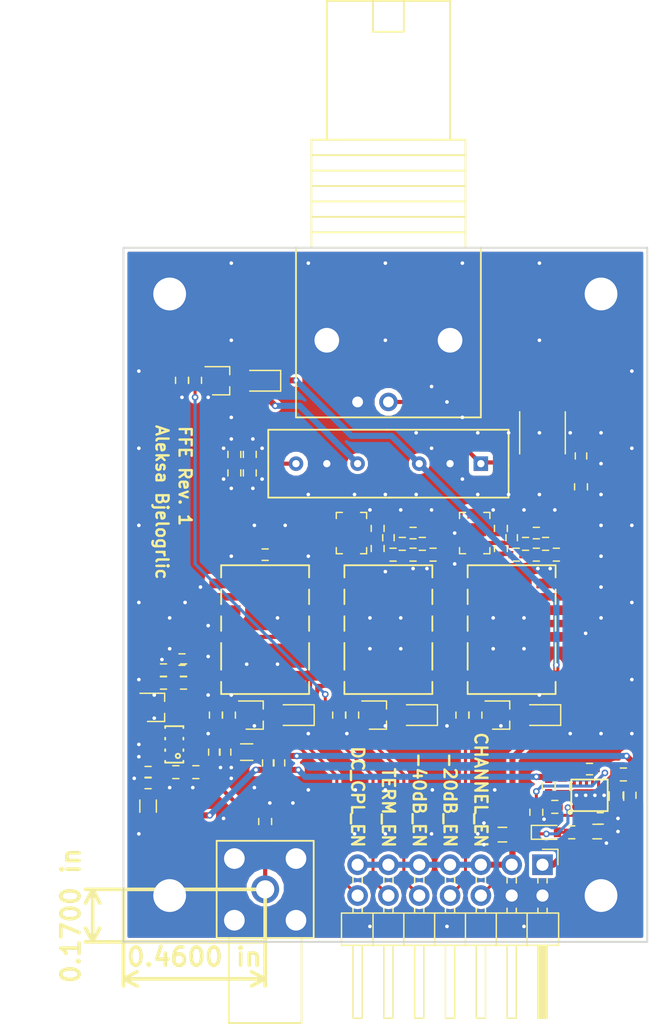
<source format=kicad_pcb>
(kicad_pcb (version 4) (host pcbnew 4.0.7)
  (layers (0 F.Cu signal) (1 In1.Cu signal hide) (2 In2.Cu signal hide) (31 B.Cu signal hide) (35 F.Paste user) (36 B.SilkS user) (37 F.SilkS user) (38 B.Mask user) (39 F.Mask user) (44 Edge.Cuts user))
  (net 0 "")
  (net 1 "Net-(C1-Pad1)")
  (net 2 GND)
  (net 3 "Net-(C2-Pad1)")
  (net 4 "Net-(C2-Pad2)")
  (net 5 "Net-(C3-Pad2)")
  (net 6 "Net-(C5-Pad1)")
  (net 7 "Net-(C5-Pad2)")
  (net 8 "Net-(C6-Pad2)")
  (net 9 "Net-(C8-Pad1)")
  (net 10 "Net-(C8-Pad2)")
  (net 11 /AMP)
  (net 12 -2V5)
  (net 13 +2V5)
  (net 14 VDD)
  (net 15 VSS)
  (net 16 +5VD)
  (net 17 +5VA)
  (net 18 "Net-(C18-Pad1)")
  (net 19 "Net-(C18-Pad2)")
  (net 20 "Net-(C19-Pad1)")
  (net 21 "Net-(D1-Pad2)")
  (net 22 "Net-(D2-Pad2)")
  (net 23 "Net-(D3-Pad2)")
  (net 24 "Net-(D4-Pad2)")
  (net 25 "Net-(D5-Pad3)")
  (net 26 "Net-(D6-Pad1)")
  (net 27 "Net-(D6-Pad2)")
  (net 28 "Net-(J2-Pad1)")
  (net 29 /CHANNEL_EN)
  (net 30 /TERM_EN)
  (net 31 /-20dB_EN)
  (net 32 /-40dB_EN)
  (net 33 /DC_CPL_EN)
  (net 34 "Net-(K1-Pad4)")
  (net 35 "Net-(K2-Pad6)")
  (net 36 /Attenuator/IN)
  (net 37 "Net-(K2-Pad2)")
  (net 38 /Attenuator/OUT)
  (net 39 "Net-(K3-Pad2)")
  (net 40 "Net-(K4-Pad2)")
  (net 41 "Net-(Q1-Pad1)")
  (net 42 "Net-(Q2-Pad1)")
  (net 43 "Net-(Q3-Pad1)")
  (net 44 "Net-(Q4-Pad1)")
  (net 45 "Net-(R10-Pad1)")
  (net 46 "Net-(R11-Pad1)")
  (net 47 "Net-(R13-Pad2)")
  (net 48 "Net-(R14-Pad2)")
  (net 49 "Net-(R19-Pad1)")
  (net 50 "Net-(R20-Pad1)")
  (net 51 "Net-(R22-Pad2)")
  (net 52 "Net-(R23-Pad2)")
  (net 53 "Net-(R28-Pad2)")
  (net 54 "Net-(R29-Pad2)")
  (net 55 "Net-(R32-Pad1)")
  (net 56 "Net-(R33-Pad1)")
  (net 57 "Net-(R37-Pad2)")
  (net 58 "Net-(R39-Pad2)")
  (module Capacitors_SMD:C_0603 (layer F.Cu) (at 170.18 112.4585 270)
    (fp_text reference C21 hide)
    (fp_text value 10uF)
    (pad 2 smd rect (at 0.75 0 270) (size 0.8 0.75) (layers F.Cu F.Paste F.Mask) (net 12 -2V5))
    (pad 1 smd rect (at -0.75 0 270) (size 0.8 0.75) (layers F.Cu F.Paste F.Mask) (net 2 GND))
  )
  (module DSO:12-WSON (layer F.Cu) (at 167.9575 112.395 90)
    (fp_text reference U2 hide)
    (fp_text value LM27762)
    (pad 12 smd rect (at 0.95 -1.25 90) (size 0.5 0.25) (layers F.Cu F.Paste F.Mask) (net 29 /CHANNEL_EN))
    (pad 11 smd rect (at 0.95 -0.75 90) (size 0.5 0.25) (layers F.Cu F.Paste F.Mask) (net 13 +2V5))
    (pad 10 smd rect (at 0.95 -0.25 90) (size 0.5 0.25) (layers F.Cu F.Paste F.Mask) (net 18 "Net-(C18-Pad1)"))
    (pad 9 smd rect (at 0.95 0.25 90) (size 0.5 0.25) (layers F.Cu F.Paste F.Mask) (net 19 "Net-(C18-Pad2)"))
    (pad 8 smd rect (at 0.95 0.75 90) (size 0.5 0.25) (layers F.Cu F.Paste F.Mask) (net 29 /CHANNEL_EN))
    (pad 7 smd rect (at 0.95 1.25 90) (size 0.5 0.25) (layers F.Cu F.Paste F.Mask) (net 58 "Net-(R39-Pad2)"))
    (pad 6 smd rect (at -0.95 1.25 90) (size 0.5 0.25) (layers F.Cu F.Paste F.Mask) (net 12 -2V5))
    (pad 5 smd rect (at -0.95 0.75 90) (size 0.5 0.25) (layers F.Cu F.Paste F.Mask) (net 20 "Net-(C19-Pad1)"))
    (pad 4 smd rect (at -0.95 0.25 90) (size 0.5 0.25) (layers F.Cu F.Paste F.Mask) (net 2 GND))
    (pad 1 smd rect (at -0.95 -1.25 90) (size 0.5 0.25) (layers F.Cu F.Paste F.Mask) (net 26 "Net-(D6-Pad1)"))
    (pad 2 smd rect (at -0.95 -0.75 90) (size 0.5 0.25) (layers F.Cu F.Paste F.Mask) (net 57 "Net-(R37-Pad2)"))
    (pad 13 smd rect (at 0 0 90) (size 1 2.65) (layers F.Cu F.Mask) (net 2 GND))
    (pad 3 smd rect (at -0.95 -0.25 90) (size 0.5 0.25) (layers F.Cu F.Paste F.Mask) (net 17 +5VA))
  )
  (module Capacitors_SMD:C_0402 (layer F.Cu) (at 167.259 84.455 90)
    (fp_text reference C1 hide)
    (fp_text value 10pF)
    (pad 1 smd rect (at -0.55 0 90) (size 0.6 0.5) (layers F.Cu F.Paste F.Mask) (net 1 "Net-(C1-Pad1)"))
    (pad 2 smd rect (at 0.55 0 90) (size 0.6 0.5) (layers F.Cu F.Paste F.Mask) (net 2 GND))
  )
  (module Capacitors_SMD:C_0402 (layer F.Cu) (at 163.576 90.805)
    (fp_text reference C2 hide)
    (fp_text value 5.6pF)
    (pad 1 smd rect (at -0.55 0) (size 0.6 0.5) (layers F.Cu F.Paste F.Mask) (net 3 "Net-(C2-Pad1)"))
    (pad 2 smd rect (at 0.55 0) (size 0.6 0.5) (layers F.Cu F.Paste F.Mask) (net 4 "Net-(C2-Pad2)"))
  )
  (module Capacitors_SMD:C_0402 (layer F.Cu) (at 161.544 91.186 90)
    (fp_text reference C3 hide)
    (fp_text value 39pF)
    (pad 1 smd rect (at -0.55 0 90) (size 0.6 0.5) (layers F.Cu F.Paste F.Mask) (net 3 "Net-(C2-Pad1)"))
    (pad 2 smd rect (at 0.55 0 90) (size 0.6 0.5) (layers F.Cu F.Paste F.Mask) (net 5 "Net-(C3-Pad2)"))
  )
  (module Capacitors_SMD:C_Trimmer_Murata_TZY2 (layer F.Cu) (at 158.496 90.805 90)
    (fp_text reference C4 hide)
    (fp_text value 3-10pF)
    (pad 1 smd rect (at -1.6 0 90) (size 0.8 1.2) (layers F.Cu F.Paste F.Mask) (net 3 "Net-(C2-Pad1)"))
    (pad 2 smd rect (at 1.6 0 90) (size 0.8 1.2) (layers F.Cu F.Paste F.Mask) (net 5 "Net-(C3-Pad2)"))
  )
  (module Capacitors_SMD:C_0402 (layer F.Cu) (at 153.416 90.805)
    (fp_text reference C5 hide)
    (fp_text value 5pF)
    (pad 1 smd rect (at -0.55 0) (size 0.6 0.5) (layers F.Cu F.Paste F.Mask) (net 6 "Net-(C5-Pad1)"))
    (pad 2 smd rect (at 0.55 0) (size 0.6 0.5) (layers F.Cu F.Paste F.Mask) (net 7 "Net-(C5-Pad2)"))
  )
  (module Capacitors_SMD:C_0402 (layer F.Cu) (at 151.384 91.186 90)
    (fp_text reference C6 hide)
    (fp_text value 470pF)
    (pad 1 smd rect (at -0.55 0 90) (size 0.6 0.5) (layers F.Cu F.Paste F.Mask) (net 6 "Net-(C5-Pad1)"))
    (pad 2 smd rect (at 0.55 0 90) (size 0.6 0.5) (layers F.Cu F.Paste F.Mask) (net 8 "Net-(C6-Pad2)"))
  )
  (module Capacitors_SMD:C_Trimmer_Murata_TZY2 (layer F.Cu) (at 148.336 90.805 90)
    (fp_text reference C7 hide)
    (fp_text value 8-45pF)
    (pad 1 smd rect (at -1.6 0 90) (size 0.8 1.2) (layers F.Cu F.Paste F.Mask) (net 6 "Net-(C5-Pad1)"))
    (pad 2 smd rect (at 1.6 0 90) (size 0.8 1.2) (layers F.Cu F.Paste F.Mask) (net 8 "Net-(C6-Pad2)"))
  )
  (module Capacitors_SMD:C_0402 (layer F.Cu) (at 141.224 92.583)
    (fp_text reference C8 hide)
    (fp_text value 22nF)
    (pad 1 smd rect (at -0.55 0) (size 0.6 0.5) (layers F.Cu F.Paste F.Mask) (net 9 "Net-(C8-Pad1)"))
    (pad 2 smd rect (at 0.55 0) (size 0.6 0.5) (layers F.Cu F.Paste F.Mask) (net 10 "Net-(C8-Pad2)"))
  )
  (module Capacitors_SMD:C_0402 (layer F.Cu) (at 134.366 101.219 180)
    (fp_text reference C9 hide)
    (fp_text value 5pF)
    (pad 1 smd rect (at -0.55 0 180) (size 0.6 0.5) (layers F.Cu F.Paste F.Mask) (net 11 /AMP))
    (pad 2 smd rect (at 0.55 0 180) (size 0.6 0.5) (layers F.Cu F.Paste F.Mask) (net 2 GND))
  )
  (module Capacitors_SMD:C_0402 (layer F.Cu) (at 141.478 109.728 270)
    (fp_text reference C10 hide)
    (fp_text value 0.1uF)
    (pad 1 smd rect (at -0.55 0 270) (size 0.6 0.5) (layers F.Cu F.Paste F.Mask) (net 12 -2V5))
    (pad 2 smd rect (at 0.55 0 270) (size 0.6 0.5) (layers F.Cu F.Paste F.Mask) (net 13 +2V5))
  )
  (module Capacitors_SMD:C_0402 (layer F.Cu) (at 142.367 109.728 90)
    (fp_text reference C11 hide)
    (fp_text value 1nF)
    (pad 1 smd rect (at -0.55 0 90) (size 0.6 0.5) (layers F.Cu F.Paste F.Mask) (net 13 +2V5))
    (pad 2 smd rect (at 0.55 0 90) (size 0.6 0.5) (layers F.Cu F.Paste F.Mask) (net 12 -2V5))
  )
  (module Capacitors_SMD:C_0402 (layer F.Cu) (at 131.572 110.49 180)
    (fp_text reference C12 hide)
    (fp_text value 1nF)
    (pad 1 smd rect (at -0.55 0 180) (size 0.6 0.5) (layers F.Cu F.Paste F.Mask) (net 14 VDD))
    (pad 2 smd rect (at 0.55 0 180) (size 0.6 0.5) (layers F.Cu F.Paste F.Mask) (net 2 GND))
  )
  (module Capacitors_SMD:C_0402 (layer F.Cu) (at 137.033 108.839 270)
    (fp_text reference C13 hide)
    (fp_text value 1nF)
    (pad 1 smd rect (at -0.55 0 270) (size 0.6 0.5) (layers F.Cu F.Paste F.Mask) (net 15 VSS))
    (pad 2 smd rect (at 0.55 0 270) (size 0.6 0.5) (layers F.Cu F.Paste F.Mask) (net 2 GND))
  )
  (module Capacitors_SMD:C_0402 (layer F.Cu) (at 131.572 111.379)
    (fp_text reference C14 hide)
    (fp_text value 0.1uF)
    (pad 1 smd rect (at -0.55 0) (size 0.6 0.5) (layers F.Cu F.Paste F.Mask) (net 2 GND))
    (pad 2 smd rect (at 0.55 0) (size 0.6 0.5) (layers F.Cu F.Paste F.Mask) (net 14 VDD))
  )
  (module Capacitors_SMD:C_0402 (layer F.Cu) (at 137.922 108.839 90)
    (fp_text reference C15 hide)
    (fp_text value 0.1uF)
    (pad 1 smd rect (at -0.55 0 90) (size 0.6 0.5) (layers F.Cu F.Paste F.Mask) (net 2 GND))
    (pad 2 smd rect (at 0.55 0 90) (size 0.6 0.5) (layers F.Cu F.Paste F.Mask) (net 15 VSS))
  )
  (module Capacitors_SMD:C_0603 (layer F.Cu) (at 160.782 115.6335)
    (fp_text reference C16 hide)
    (fp_text value 10uF)
    (pad 2 smd rect (at 0.75 0) (size 0.8 0.75) (layers F.Cu F.Paste F.Mask) (net 16 +5VD))
    (pad 1 smd rect (at -0.75 0) (size 0.8 0.75) (layers F.Cu F.Paste F.Mask) (net 2 GND))
  )
  (module Capacitors_SMD:C_0603 (layer F.Cu) (at 168.5925 115.3795)
    (fp_text reference C17 hide)
    (fp_text value 10uF)
    (pad 2 smd rect (at 0.75 0) (size 0.8 0.75) (layers F.Cu F.Paste F.Mask) (net 2 GND))
    (pad 1 smd rect (at -0.75 0) (size 0.8 0.75) (layers F.Cu F.Paste F.Mask) (net 17 +5VA))
  )
  (module Capacitors_SMD:C_0402 (layer F.Cu) (at 167.9575 110.236)
    (fp_text reference C18 hide)
    (fp_text value 0.47uF)
    (pad 1 smd rect (at -0.55 0) (size 0.6 0.5) (layers F.Cu F.Paste F.Mask) (net 18 "Net-(C18-Pad1)"))
    (pad 2 smd rect (at 0.55 0) (size 0.6 0.5) (layers F.Cu F.Paste F.Mask) (net 19 "Net-(C18-Pad2)"))
  )
  (module Capacitors_SMD:C_0402 (layer F.Cu) (at 168.8465 114.3 180)
    (fp_text reference C19 hide)
    (fp_text value 2.2uF)
    (pad 1 smd rect (at -0.55 0 180) (size 0.6 0.5) (layers F.Cu F.Paste F.Mask) (net 20 "Net-(C19-Pad1)"))
    (pad 2 smd rect (at 0.55 0 180) (size 0.6 0.5) (layers F.Cu F.Paste F.Mask) (net 2 GND))
  )
  (module Capacitors_SMD:C_0603 (layer F.Cu) (at 165.735 111.633 270)
    (fp_text reference C20 hide)
    (fp_text value 10uF)
    (pad 2 smd rect (at 0.75 0 270) (size 0.8 0.75) (layers F.Cu F.Paste F.Mask) (net 2 GND))
    (pad 1 smd rect (at -0.75 0 270) (size 0.8 0.75) (layers F.Cu F.Paste F.Mask) (net 13 +2V5))
  )
  (module Diodes_SMD:D_SOD-323 (layer F.Cu) (at 141.00175 78.26375 180)
    (fp_text reference D1 hide)
    (fp_text value 1N4148)
    (pad 1 smd rect (at -1.05 0 180) (size 0.6 0.45) (layers F.Cu F.Paste F.Mask) (net 16 +5VD))
    (pad 2 smd rect (at 1.05 0 180) (size 0.6 0.45) (layers F.Cu F.Paste F.Mask) (net 21 "Net-(D1-Pad2)"))
  )
  (module Diodes_SMD:D_SOD-323 (layer F.Cu) (at 164.084 105.791 180)
    (fp_text reference D2 hide)
    (fp_text value 1N4148)
    (pad 1 smd rect (at -1.05 0 180) (size 0.6 0.45) (layers F.Cu F.Paste F.Mask) (net 16 +5VD))
    (pad 2 smd rect (at 1.05 0 180) (size 0.6 0.45) (layers F.Cu F.Paste F.Mask) (net 22 "Net-(D2-Pad2)"))
  )
  (module Diodes_SMD:D_SOD-323 (layer F.Cu) (at 153.924 105.791 180)
    (fp_text reference D3 hide)
    (fp_text value 1N4148)
    (pad 1 smd rect (at -1.05 0 180) (size 0.6 0.45) (layers F.Cu F.Paste F.Mask) (net 16 +5VD))
    (pad 2 smd rect (at 1.05 0 180) (size 0.6 0.45) (layers F.Cu F.Paste F.Mask) (net 23 "Net-(D3-Pad2)"))
  )
  (module Diodes_SMD:D_SOD-323 (layer F.Cu) (at 143.764 105.791 180)
    (fp_text reference D4 hide)
    (fp_text value 1N4148)
    (pad 1 smd rect (at -1.05 0 180) (size 0.6 0.45) (layers F.Cu F.Paste F.Mask) (net 16 +5VD))
    (pad 2 smd rect (at 1.05 0 180) (size 0.6 0.45) (layers F.Cu F.Paste F.Mask) (net 24 "Net-(D4-Pad2)"))
  )
  (module TO_SOT_Packages_SMD:SOT-323_SC-70 (layer F.Cu) (at 132.207 105.156)
    (fp_text reference D5 hide)
    (fp_text value BAV99)
    (pad 1 smd rect (at -1 -0.65 270) (size 0.45 0.7) (layers F.Cu F.Paste F.Mask) (net 2 GND))
    (pad 2 smd rect (at -1 0.65 270) (size 0.45 0.7) (layers F.Cu F.Paste F.Mask) (net 2 GND))
    (pad 3 smd rect (at 1 0 270) (size 0.45 0.7) (layers F.Cu F.Paste F.Mask) (net 25 "Net-(D5-Pad3)"))
  )
  (module Diodes_SMD:D_0603 (layer F.Cu) (at 164.465 115.443)
    (fp_text reference D6 hide)
    (fp_text value "Green LED")
    (pad 1 smd rect (at -0.85 0) (size 0.6 0.8) (layers F.Cu F.Paste F.Mask) (net 26 "Net-(D6-Pad1)"))
    (pad 2 smd rect (at 0.85 0) (size 0.6 0.8) (layers F.Cu F.Paste F.Mask) (net 27 "Net-(D6-Pad2)"))
  )
  (module Resistors_SMD:R_1812 (layer F.Cu) (at 164.084 82.55 90)
    (fp_text reference GDT1 hide)
    (fp_text value GDT)
    (pad 1 smd rect (at -2.44 0 90) (size 1.6 3.5) (layers F.Cu F.Paste F.Mask) (net 1 "Net-(C1-Pad1)"))
    (pad 2 smd rect (at 2.44 0 90) (size 1.6 3.5) (layers F.Cu F.Paste F.Mask) (net 2 GND))
  )
  (module DSO:BNC (layer F.Cu) (at 151.384 77.47)
    (fp_text reference J1 hide)
    (fp_text value BNC)
    (pad 2 thru_hole circle (at -5.08 -2.54) (size 3.048 3.048) (drill 2.032) (layers *.Cu *.Mask) (net 2 GND))
    (pad 2 thru_hole circle (at 5.08 -2.54) (size 3.048 3.048) (drill 2.032) (layers *.Cu *.Mask) (net 2 GND))
    (pad 1 thru_hole circle (at 0 2.54) (size 1.524 1.524) (drill 0.889) (layers *.Cu *.Mask) (net 1 "Net-(C1-Pad1)"))
    (pad 2 thru_hole circle (at -2.54 2.54) (size 1.524 1.524) (drill 0.889) (layers *.Cu *.Mask) (net 2 GND))
  )
  (module DSO:SMA (layer F.Cu) (at 141.224 120.142 180)
    (fp_text reference J2 hide)
    (fp_text value SMA)
    (pad 2 thru_hole circle (at -2.54 2.54 180) (size 2.6 2.6) (drill 1.7) (layers *.Cu *.Mask) (net 2 GND))
    (pad 2 thru_hole circle (at 2.54 2.54 180) (size 2.6 2.6) (drill 1.7) (layers *.Cu *.Mask) (net 2 GND))
    (pad 2 thru_hole circle (at 2.54 -2.54 180) (size 2.6 2.6) (drill 1.7) (layers *.Cu *.Mask) (net 2 GND))
    (pad 1 thru_hole circle (at 0 0 180) (size 2.3 2.3) (drill 1.5) (layers *.Cu *.Mask) (net 28 "Net-(J2-Pad1)"))
    (pad 2 thru_hole circle (at -2.54 -2.54 180) (size 2.6 2.6) (drill 1.7) (layers *.Cu *.Mask) (net 2 GND))
  )
  (module DSO:FTR-B3G (layer F.Cu) (at 161.544 97.155 90)
    (fp_text reference K2 hide)
    (fp_text value FTR-B3GA)
    (pad 8 smd rect (at -5.4 -3.32 90) (size 0.8 2.56) (layers F.Cu F.Paste F.Mask) (net 22 "Net-(D2-Pad2)"))
    (pad 1 smd rect (at -5.4 3.32 90) (size 0.8 2.56) (layers F.Cu F.Paste F.Mask) (net 16 +5VD))
    (pad 5 smd rect (at 2.2 -3.32 90) (size 0.8 2.56) (layers F.Cu F.Paste F.Mask) (net 3 "Net-(C2-Pad1)"))
    (pad 6 smd rect (at 0 -3.32 90) (size 0.8 2.56) (layers F.Cu F.Paste F.Mask) (net 35 "Net-(K2-Pad6)"))
    (pad 4 smd rect (at 2.2 3.32 90) (size 0.8 2.56) (layers F.Cu F.Paste F.Mask) (net 4 "Net-(C2-Pad2)"))
    (pad 3 smd rect (at 0 3.32 90) (size 0.8 2.56) (layers F.Cu F.Paste F.Mask) (net 36 /Attenuator/IN))
    (pad 7 smd rect (at -2.2 -3.32 90) (size 0.8 2.56) (layers F.Cu F.Paste F.Mask) (net 37 "Net-(K2-Pad2)"))
    (pad 2 smd rect (at -2.2 3.32 90) (size 0.8 2.56) (layers F.Cu F.Paste F.Mask) (net 37 "Net-(K2-Pad2)"))
  )
  (module DSO:FTR-B3G (layer F.Cu) (at 151.384 97.155 90)
    (fp_text reference K3 hide)
    (fp_text value FTR-B3GA)
    (pad 8 smd rect (at -5.4 -3.32 90) (size 0.8 2.56) (layers F.Cu F.Paste F.Mask) (net 23 "Net-(D3-Pad2)"))
    (pad 1 smd rect (at -5.4 3.32 90) (size 0.8 2.56) (layers F.Cu F.Paste F.Mask) (net 16 +5VD))
    (pad 5 smd rect (at 2.2 -3.32 90) (size 0.8 2.56) (layers F.Cu F.Paste F.Mask) (net 6 "Net-(C5-Pad1)"))
    (pad 6 smd rect (at 0 -3.32 90) (size 0.8 2.56) (layers F.Cu F.Paste F.Mask) (net 38 /Attenuator/OUT))
    (pad 4 smd rect (at 2.2 3.32 90) (size 0.8 2.56) (layers F.Cu F.Paste F.Mask) (net 7 "Net-(C5-Pad2)"))
    (pad 3 smd rect (at 0 3.32 90) (size 0.8 2.56) (layers F.Cu F.Paste F.Mask) (net 35 "Net-(K2-Pad6)"))
    (pad 7 smd rect (at -2.2 -3.32 90) (size 0.8 2.56) (layers F.Cu F.Paste F.Mask) (net 39 "Net-(K3-Pad2)"))
    (pad 2 smd rect (at -2.2 3.32 90) (size 0.8 2.56) (layers F.Cu F.Paste F.Mask) (net 39 "Net-(K3-Pad2)"))
  )
  (module DSO:FTR-B3G (layer F.Cu) (at 141.224 97.155 90)
    (fp_text reference K4 hide)
    (fp_text value FTR-B3GA)
    (pad 8 smd rect (at -5.4 -3.32 90) (size 0.8 2.56) (layers F.Cu F.Paste F.Mask) (net 24 "Net-(D4-Pad2)"))
    (pad 1 smd rect (at -5.4 3.32 90) (size 0.8 2.56) (layers F.Cu F.Paste F.Mask) (net 16 +5VD))
    (pad 5 smd rect (at 2.2 -3.32 90) (size 0.8 2.56) (layers F.Cu F.Paste F.Mask) (net 9 "Net-(C8-Pad1)"))
    (pad 6 smd rect (at 0 -3.32 90) (size 0.8 2.56) (layers F.Cu F.Paste F.Mask) (net 11 /AMP))
    (pad 4 smd rect (at 2.2 3.32 90) (size 0.8 2.56) (layers F.Cu F.Paste F.Mask) (net 10 "Net-(C8-Pad2)"))
    (pad 3 smd rect (at 0 3.32 90) (size 0.8 2.56) (layers F.Cu F.Paste F.Mask) (net 38 /Attenuator/OUT))
    (pad 7 smd rect (at -2.2 -3.32 90) (size 0.8 2.56) (layers F.Cu F.Paste F.Mask) (net 40 "Net-(K4-Pad2)"))
    (pad 2 smd rect (at -2.2 3.32 90) (size 0.8 2.56) (layers F.Cu F.Paste F.Mask) (net 40 "Net-(K4-Pad2)"))
  )
  (module Resistors_SMD:R_0603 (layer F.Cu) (at 131.572 113.284 270)
    (fp_text reference L1 hide)
    (fp_text value "150 OHM @ 100 MHz")
    (pad 1 smd rect (at -0.75 0 270) (size 0.5 0.9) (layers F.Cu F.Paste F.Mask) (net 14 VDD))
    (pad 2 smd rect (at 0.75 0 270) (size 0.5 0.9) (layers F.Cu F.Paste F.Mask) (net 13 +2V5))
  )
  (module Resistors_SMD:R_0603 (layer F.Cu) (at 139.7 108.839)
    (fp_text reference L2 hide)
    (fp_text value "150 OHM @ 100 MHz")
    (pad 1 smd rect (at -0.75 0) (size 0.5 0.9) (layers F.Cu F.Paste F.Mask) (net 15 VSS))
    (pad 2 smd rect (at 0.75 0) (size 0.5 0.9) (layers F.Cu F.Paste F.Mask) (net 12 -2V5))
  )
  (module Mounting_Holes:MountingHole_2.7mm_M2.5_ISO14580_Pad (layer F.Cu) (at 168.91 120.65)
    (fp_text reference MH1 hide)
    (fp_text value "Mounting Hole")
    (pad 1 thru_hole circle (at 0 0) (size 4.5 4.5) (drill 2.7) (layers *.Cu *.Mask) (net 2 GND))
  )
  (module Mounting_Holes:MountingHole_2.7mm_M2.5_ISO14580_Pad (layer F.Cu) (at 168.91 71.12)
    (fp_text reference MH2 hide)
    (fp_text value "Mounting Hole")
    (pad 1 thru_hole circle (at 0 0) (size 4.5 4.5) (drill 2.7) (layers *.Cu *.Mask) (net 2 GND))
  )
  (module Mounting_Holes:MountingHole_2.7mm_M2.5_ISO14580_Pad (layer F.Cu) (at 133.35 120.65)
    (fp_text reference MH3 hide)
    (fp_text value "Mounting Hole")
    (pad 1 thru_hole circle (at 0 0) (size 4.5 4.5) (drill 2.7) (layers *.Cu *.Mask) (net 2 GND))
  )
  (module Mounting_Holes:MountingHole_2.7mm_M2.5_ISO14580_Pad (layer F.Cu) (at 133.35 71.12)
    (fp_text reference MH4 hide)
    (fp_text value "Mounting Hole")
    (pad 1 thru_hole circle (at 0 0) (size 4.5 4.5) (drill 2.7) (layers *.Cu *.Mask) (net 2 GND))
  )
  (module TO_SOT_Packages_SMD:SOT-323_SC-70 (layer F.Cu) (at 137.57275 78.26375)
    (fp_text reference Q1 hide)
    (fp_text value DMN62D0UW)
    (pad 1 smd rect (at -1 -0.65 270) (size 0.45 0.7) (layers F.Cu F.Paste F.Mask) (net 41 "Net-(Q1-Pad1)"))
    (pad 2 smd rect (at -1 0.65 270) (size 0.45 0.7) (layers F.Cu F.Paste F.Mask) (net 2 GND))
    (pad 3 smd rect (at 1 0 270) (size 0.45 0.7) (layers F.Cu F.Paste F.Mask) (net 21 "Net-(D1-Pad2)"))
  )
  (module TO_SOT_Packages_SMD:SOT-323_SC-70 (layer F.Cu) (at 160.655 105.791)
    (fp_text reference Q2 hide)
    (fp_text value DMN62D0UW)
    (pad 1 smd rect (at -1 -0.65 270) (size 0.45 0.7) (layers F.Cu F.Paste F.Mask) (net 42 "Net-(Q2-Pad1)"))
    (pad 2 smd rect (at -1 0.65 270) (size 0.45 0.7) (layers F.Cu F.Paste F.Mask) (net 2 GND))
    (pad 3 smd rect (at 1 0 270) (size 0.45 0.7) (layers F.Cu F.Paste F.Mask) (net 22 "Net-(D2-Pad2)"))
  )
  (module TO_SOT_Packages_SMD:SOT-323_SC-70 (layer F.Cu) (at 150.495 105.791)
    (fp_text reference Q3 hide)
    (fp_text value DMN62D0UW)
    (pad 1 smd rect (at -1 -0.65 270) (size 0.45 0.7) (layers F.Cu F.Paste F.Mask) (net 43 "Net-(Q3-Pad1)"))
    (pad 2 smd rect (at -1 0.65 270) (size 0.45 0.7) (layers F.Cu F.Paste F.Mask) (net 2 GND))
    (pad 3 smd rect (at 1 0 270) (size 0.45 0.7) (layers F.Cu F.Paste F.Mask) (net 23 "Net-(D3-Pad2)"))
  )
  (module TO_SOT_Packages_SMD:SOT-323_SC-70 (layer F.Cu) (at 140.335 105.791)
    (fp_text reference Q4 hide)
    (fp_text value DMN62D0UW)
    (pad 1 smd rect (at -1 -0.65 270) (size 0.45 0.7) (layers F.Cu F.Paste F.Mask) (net 44 "Net-(Q4-Pad1)"))
    (pad 2 smd rect (at -1 0.65 270) (size 0.45 0.7) (layers F.Cu F.Paste F.Mask) (net 2 GND))
    (pad 3 smd rect (at 1 0 270) (size 0.45 0.7) (layers F.Cu F.Paste F.Mask) (net 24 "Net-(D4-Pad2)"))
  )
  (module Resistors_SMD:R_0402 (layer F.Cu) (at 135.4455 78.232 270)
    (fp_text reference R1 hide)
    (fp_text value 1k)
    (pad 1 smd rect (at -0.45 0 270) (size 0.4 0.6) (layers F.Cu F.Paste F.Mask) (net 41 "Net-(Q1-Pad1)"))
    (pad 2 smd rect (at 0.45 0 270) (size 0.4 0.6) (layers F.Cu F.Paste F.Mask) (net 30 /TERM_EN))
  )
  (module Resistors_SMD:R_0402 (layer F.Cu) (at 134.366 78.232 270)
    (fp_text reference R2 hide)
    (fp_text value 10k)
    (pad 1 smd rect (at -0.45 0 270) (size 0.4 0.6) (layers F.Cu F.Paste F.Mask) (net 41 "Net-(Q1-Pad1)"))
    (pad 2 smd rect (at 0.45 0 270) (size 0.4 0.6) (layers F.Cu F.Paste F.Mask) (net 2 GND))
  )
  (module Resistors_SMD:R_0402 (layer F.Cu) (at 139.954 84.328 90)
    (fp_text reference R3 hide)
    (fp_text value 200)
    (pad 1 smd rect (at -0.45 0 90) (size 0.4 0.6) (layers F.Cu F.Paste F.Mask) (net 34 "Net-(K1-Pad4)"))
    (pad 2 smd rect (at 0.45 0 90) (size 0.4 0.6) (layers F.Cu F.Paste F.Mask) (net 2 GND))
  )
  (module Resistors_SMD:R_0402 (layer F.Cu) (at 139.954 85.852 270)
    (fp_text reference R4 hide)
    (fp_text value 200)
    (pad 1 smd rect (at -0.45 0 270) (size 0.4 0.6) (layers F.Cu F.Paste F.Mask) (net 34 "Net-(K1-Pad4)"))
    (pad 2 smd rect (at 0.45 0 270) (size 0.4 0.6) (layers F.Cu F.Paste F.Mask) (net 2 GND))
  )
  (module Resistors_SMD:R_0402 (layer F.Cu) (at 138.684 85.852 270)
    (fp_text reference R5 hide)
    (fp_text value 200)
    (pad 1 smd rect (at -0.45 0 270) (size 0.4 0.6) (layers F.Cu F.Paste F.Mask) (net 34 "Net-(K1-Pad4)"))
    (pad 2 smd rect (at 0.45 0 270) (size 0.4 0.6) (layers F.Cu F.Paste F.Mask) (net 2 GND))
  )
  (module Resistors_SMD:R_0402 (layer F.Cu) (at 138.684 84.328 90)
    (fp_text reference R6 hide)
    (fp_text value 200)
    (pad 1 smd rect (at -0.45 0 90) (size 0.4 0.6) (layers F.Cu F.Paste F.Mask) (net 34 "Net-(K1-Pad4)"))
    (pad 2 smd rect (at 0.45 0 90) (size 0.4 0.6) (layers F.Cu F.Paste F.Mask) (net 2 GND))
  )
  (module Resistors_SMD:R_0402 (layer F.Cu) (at 167.259 86.995 90)
    (fp_text reference R7 hide)
    (fp_text value 33)
    (pad 1 smd rect (at -0.45 0 90) (size 0.4 0.6) (layers F.Cu F.Paste F.Mask) (net 36 /Attenuator/IN))
    (pad 2 smd rect (at 0.45 0 90) (size 0.4 0.6) (layers F.Cu F.Paste F.Mask) (net 1 "Net-(C1-Pad1)"))
  )
  (module Resistors_SMD:R_0402 (layer F.Cu) (at 158.5595 105.791 270)
    (fp_text reference R8 hide)
    (fp_text value 1k)
    (pad 1 smd rect (at -0.45 0 270) (size 0.4 0.6) (layers F.Cu F.Paste F.Mask) (net 42 "Net-(Q2-Pad1)"))
    (pad 2 smd rect (at 0.45 0 270) (size 0.4 0.6) (layers F.Cu F.Paste F.Mask) (net 31 /-20dB_EN))
  )
  (module Resistors_SMD:R_0402 (layer F.Cu) (at 157.48 105.791 270)
    (fp_text reference R9 hide)
    (fp_text value 10k)
    (pad 1 smd rect (at -0.45 0 270) (size 0.4 0.6) (layers F.Cu F.Paste F.Mask) (net 42 "Net-(Q2-Pad1)"))
    (pad 2 smd rect (at 0.45 0 270) (size 0.4 0.6) (layers F.Cu F.Paste F.Mask) (net 2 GND))
  )
  (module Resistors_SMD:R_0402 (layer F.Cu) (at 165.227 92.583)
    (fp_text reference R10 hide)
    (fp_text value 300k)
    (pad 1 smd rect (at -0.45 0) (size 0.4 0.6) (layers F.Cu F.Paste F.Mask) (net 45 "Net-(R10-Pad1)"))
    (pad 2 smd rect (at 0.45 0) (size 0.4 0.6) (layers F.Cu F.Paste F.Mask) (net 4 "Net-(C2-Pad2)"))
  )
  (module Resistors_SMD:R_0402 (layer F.Cu) (at 164.338 91.694)
    (fp_text reference R11 hide)
    (fp_text value 300k)
    (pad 1 smd rect (at -0.45 0) (size 0.4 0.6) (layers F.Cu F.Paste F.Mask) (net 46 "Net-(R11-Pad1)"))
    (pad 2 smd rect (at 0.45 0) (size 0.4 0.6) (layers F.Cu F.Paste F.Mask) (net 45 "Net-(R10-Pad1)"))
  )
  (module Resistors_SMD:R_0402 (layer F.Cu) (at 162.687 91.694)
    (fp_text reference R12 hide)
    (fp_text value 300k)
    (pad 1 smd rect (at -0.45 0) (size 0.4 0.6) (layers F.Cu F.Paste F.Mask) (net 3 "Net-(C2-Pad1)"))
    (pad 2 smd rect (at 0.45 0) (size 0.4 0.6) (layers F.Cu F.Paste F.Mask) (net 46 "Net-(R11-Pad1)"))
  )
  (module Resistors_SMD:R_0402 (layer F.Cu) (at 160.655 92.075 270)
    (fp_text reference R13 hide)
    (fp_text value 39k)
    (pad 1 smd rect (at -0.45 0 270) (size 0.4 0.6) (layers F.Cu F.Paste F.Mask) (net 3 "Net-(C2-Pad1)"))
    (pad 2 smd rect (at 0.45 0 270) (size 0.4 0.6) (layers F.Cu F.Paste F.Mask) (net 47 "Net-(R13-Pad2)"))
  )
  (module Resistors_SMD:R_0402 (layer F.Cu) (at 161.925 92.583)
    (fp_text reference R14 hide)
    (fp_text value 39k)
    (pad 1 smd rect (at -0.45 0) (size 0.4 0.6) (layers F.Cu F.Paste F.Mask) (net 47 "Net-(R13-Pad2)"))
    (pad 2 smd rect (at 0.45 0) (size 0.4 0.6) (layers F.Cu F.Paste F.Mask) (net 48 "Net-(R14-Pad2)"))
  )
  (module Resistors_SMD:R_0402 (layer F.Cu) (at 163.576 92.583)
    (fp_text reference R15 hide)
    (fp_text value 33.2k)
    (pad 1 smd rect (at -0.45 0) (size 0.4 0.6) (layers F.Cu F.Paste F.Mask) (net 48 "Net-(R14-Pad2)"))
    (pad 2 smd rect (at 0.45 0) (size 0.4 0.6) (layers F.Cu F.Paste F.Mask) (net 2 GND))
  )
  (module Resistors_SMD:R_0402 (layer F.Cu) (at 160.655 90.424 90)
    (fp_text reference R16 hide)
    (fp_text value TBD)
    (pad 1 smd rect (at -0.45 0 90) (size 0.4 0.6) (layers F.Cu F.Paste F.Mask) (net 5 "Net-(C3-Pad2)"))
    (pad 2 smd rect (at 0.45 0 90) (size 0.4 0.6) (layers F.Cu F.Paste F.Mask) (net 2 GND))
  )
  (module Resistors_SMD:R_0402 (layer F.Cu) (at 148.3995 105.791 270)
    (fp_text reference R17 hide)
    (fp_text value 1k)
    (pad 1 smd rect (at -0.45 0 270) (size 0.4 0.6) (layers F.Cu F.Paste F.Mask) (net 43 "Net-(Q3-Pad1)"))
    (pad 2 smd rect (at 0.45 0 270) (size 0.4 0.6) (layers F.Cu F.Paste F.Mask) (net 32 /-40dB_EN))
  )
  (module Resistors_SMD:R_0402 (layer F.Cu) (at 147.32 105.791 270)
    (fp_text reference R18 hide)
    (fp_text value 10k)
    (pad 1 smd rect (at -0.45 0 270) (size 0.4 0.6) (layers F.Cu F.Paste F.Mask) (net 43 "Net-(Q3-Pad1)"))
    (pad 2 smd rect (at 0.45 0 270) (size 0.4 0.6) (layers F.Cu F.Paste F.Mask) (net 2 GND))
  )
  (module Resistors_SMD:R_0402 (layer F.Cu) (at 155.067 92.583)
    (fp_text reference R19 hide)
    (fp_text value 330k)
    (pad 1 smd rect (at -0.45 0) (size 0.4 0.6) (layers F.Cu F.Paste F.Mask) (net 49 "Net-(R19-Pad1)"))
    (pad 2 smd rect (at 0.45 0) (size 0.4 0.6) (layers F.Cu F.Paste F.Mask) (net 7 "Net-(C5-Pad2)"))
  )
  (module Resistors_SMD:R_0402 (layer F.Cu) (at 154.178 91.694)
    (fp_text reference R20 hide)
    (fp_text value 330k)
    (pad 1 smd rect (at -0.45 0) (size 0.4 0.6) (layers F.Cu F.Paste F.Mask) (net 50 "Net-(R20-Pad1)"))
    (pad 2 smd rect (at 0.45 0) (size 0.4 0.6) (layers F.Cu F.Paste F.Mask) (net 49 "Net-(R19-Pad1)"))
  )
  (module Resistors_SMD:R_0402 (layer F.Cu) (at 152.527 91.694)
    (fp_text reference R21 hide)
    (fp_text value 330k)
    (pad 1 smd rect (at -0.45 0) (size 0.4 0.6) (layers F.Cu F.Paste F.Mask) (net 6 "Net-(C5-Pad1)"))
    (pad 2 smd rect (at 0.45 0) (size 0.4 0.6) (layers F.Cu F.Paste F.Mask) (net 50 "Net-(R20-Pad1)"))
  )
  (module Resistors_SMD:R_0402 (layer F.Cu) (at 150.495 92.075 270)
    (fp_text reference R22 hide)
    (fp_text value 3.3k)
    (pad 1 smd rect (at -0.45 0 270) (size 0.4 0.6) (layers F.Cu F.Paste F.Mask) (net 6 "Net-(C5-Pad1)"))
    (pad 2 smd rect (at 0.45 0 270) (size 0.4 0.6) (layers F.Cu F.Paste F.Mask) (net 51 "Net-(R22-Pad2)"))
  )
  (module Resistors_SMD:R_0402 (layer F.Cu) (at 151.765 92.583)
    (fp_text reference R23 hide)
    (fp_text value 3.4k)
    (pad 1 smd rect (at -0.45 0) (size 0.4 0.6) (layers F.Cu F.Paste F.Mask) (net 51 "Net-(R22-Pad2)"))
    (pad 2 smd rect (at 0.45 0) (size 0.4 0.6) (layers F.Cu F.Paste F.Mask) (net 52 "Net-(R23-Pad2)"))
  )
  (module Resistors_SMD:R_0402 (layer F.Cu) (at 153.416 92.583)
    (fp_text reference R24 hide)
    (fp_text value 3.4k)
    (pad 1 smd rect (at -0.45 0) (size 0.4 0.6) (layers F.Cu F.Paste F.Mask) (net 52 "Net-(R23-Pad2)"))
    (pad 2 smd rect (at 0.45 0) (size 0.4 0.6) (layers F.Cu F.Paste F.Mask) (net 2 GND))
  )
  (module Resistors_SMD:R_0402 (layer F.Cu) (at 150.495 90.424 90)
    (fp_text reference R25 hide)
    (fp_text value TBD)
    (pad 1 smd rect (at -0.45 0 90) (size 0.4 0.6) (layers F.Cu F.Paste F.Mask) (net 8 "Net-(C6-Pad2)"))
    (pad 2 smd rect (at 0.45 0 90) (size 0.4 0.6) (layers F.Cu F.Paste F.Mask) (net 2 GND))
  )
  (module Resistors_SMD:R_0402 (layer F.Cu) (at 138.2395 105.791 270)
    (fp_text reference R26 hide)
    (fp_text value 1k)
    (pad 1 smd rect (at -0.45 0 270) (size 0.4 0.6) (layers F.Cu F.Paste F.Mask) (net 44 "Net-(Q4-Pad1)"))
    (pad 2 smd rect (at 0.45 0 270) (size 0.4 0.6) (layers F.Cu F.Paste F.Mask) (net 33 /DC_CPL_EN))
  )
  (module Resistors_SMD:R_0402 (layer F.Cu) (at 137.16 105.791 270)
    (fp_text reference R27 hide)
    (fp_text value 10k)
    (pad 1 smd rect (at -0.45 0 270) (size 0.4 0.6) (layers F.Cu F.Paste F.Mask) (net 44 "Net-(Q4-Pad1)"))
    (pad 2 smd rect (at 0.45 0 270) (size 0.4 0.6) (layers F.Cu F.Paste F.Mask) (net 2 GND))
  )
  (module Resistors_SMD:R_0402 (layer F.Cu) (at 134.493 102.108 180)
    (fp_text reference R28 hide)
    (fp_text value 390k)
    (pad 1 smd rect (at -0.45 0 180) (size 0.4 0.6) (layers F.Cu F.Paste F.Mask) (net 11 /AMP))
    (pad 2 smd rect (at 0.45 0 180) (size 0.4 0.6) (layers F.Cu F.Paste F.Mask) (net 53 "Net-(R28-Pad2)"))
  )
  (module Resistors_SMD:R_0402 (layer F.Cu) (at 132.842 102.108 180)
    (fp_text reference R29 hide)
    (fp_text value 390k)
    (pad 1 smd rect (at -0.45 0 180) (size 0.4 0.6) (layers F.Cu F.Paste F.Mask) (net 53 "Net-(R28-Pad2)"))
    (pad 2 smd rect (at 0.45 0 180) (size 0.4 0.6) (layers F.Cu F.Paste F.Mask) (net 54 "Net-(R29-Pad2)"))
  )
  (module Resistors_SMD:R_0402 (layer F.Cu) (at 132.842 103.124)
    (fp_text reference R30 hide)
    (fp_text value 332k)
    (pad 1 smd rect (at -0.45 0) (size 0.4 0.6) (layers F.Cu F.Paste F.Mask) (net 54 "Net-(R29-Pad2)"))
    (pad 2 smd rect (at 0.45 0) (size 0.4 0.6) (layers F.Cu F.Paste F.Mask) (net 2 GND))
  )
  (module Resistors_SMD:R_0402 (layer F.Cu) (at 134.493 103.124 180)
    (fp_text reference R31 hide)
    (fp_text value 3.3k)
    (pad 1 smd rect (at -0.45 0 180) (size 0.4 0.6) (layers F.Cu F.Paste F.Mask) (net 11 /AMP))
    (pad 2 smd rect (at 0.45 0 180) (size 0.4 0.6) (layers F.Cu F.Paste F.Mask) (net 25 "Net-(D5-Pad3)"))
  )
  (module Resistors_SMD:R_0402 (layer F.Cu) (at 133.858 110.49 180)
    (fp_text reference R32 hide)
    (fp_text value 180)
    (pad 1 smd rect (at -0.45 0 180) (size 0.4 0.6) (layers F.Cu F.Paste F.Mask) (net 55 "Net-(R32-Pad1)"))
    (pad 2 smd rect (at 0.45 0 180) (size 0.4 0.6) (layers F.Cu F.Paste F.Mask) (net 2 GND))
  )
  (module Resistors_SMD:R_0402 (layer F.Cu) (at 135.509 110.49 180)
    (fp_text reference R33 hide)
    (fp_text value 1.62k)
    (pad 1 smd rect (at -0.45 0 180) (size 0.4 0.6) (layers F.Cu F.Paste F.Mask) (net 56 "Net-(R33-Pad1)"))
    (pad 2 smd rect (at 0.45 0 180) (size 0.4 0.6) (layers F.Cu F.Paste F.Mask) (net 55 "Net-(R32-Pad1)"))
  )
  (module Resistors_SMD:R_0402 (layer F.Cu) (at 141.224 114.554 90)
    (fp_text reference R34 hide)
    (fp_text value 50)
    (pad 1 smd rect (at -0.45 0 90) (size 0.4 0.6) (layers F.Cu F.Paste F.Mask) (net 28 "Net-(J2-Pad1)"))
    (pad 2 smd rect (at 0.45 0 90) (size 0.4 0.6) (layers F.Cu F.Paste F.Mask) (net 56 "Net-(R33-Pad1)"))
  )
  (module Resistors_SMD:R_0402 (layer F.Cu) (at 166.497 115.443 180)
    (fp_text reference R35 hide)
    (fp_text value 1k)
    (pad 1 smd rect (at -0.45 0 180) (size 0.4 0.6) (layers F.Cu F.Paste F.Mask) (net 17 +5VA))
    (pad 2 smd rect (at 0.45 0 180) (size 0.4 0.6) (layers F.Cu F.Paste F.Mask) (net 27 "Net-(D6-Pad2)"))
  )
  (module Resistors_SMD:R_0402 (layer F.Cu) (at 163.576 113.792 270)
    (fp_text reference R36 hide)
    (fp_text value 10k)
    (pad 1 smd rect (at -0.45 0 270) (size 0.4 0.6) (layers F.Cu F.Paste F.Mask) (net 29 /CHANNEL_EN))
    (pad 2 smd rect (at 0.45 0 270) (size 0.4 0.6) (layers F.Cu F.Paste F.Mask) (net 2 GND))
  )
  (module Resistors_SMD:R_0402 (layer F.Cu) (at 164.592 111.633 270)
    (fp_text reference R37 hide)
    (fp_text value 107k)
    (pad 1 smd rect (at -0.45 0 270) (size 0.4 0.6) (layers F.Cu F.Paste F.Mask) (net 13 +2V5))
    (pad 2 smd rect (at 0.45 0 270) (size 0.4 0.6) (layers F.Cu F.Paste F.Mask) (net 57 "Net-(R37-Pad2)"))
  )
  (module Resistors_SMD:R_0402 (layer F.Cu) (at 165.1 113.3475)
    (fp_text reference R38 hide)
    (fp_text value 100k)
    (pad 1 smd rect (at -0.45 0) (size 0.4 0.6) (layers F.Cu F.Paste F.Mask) (net 57 "Net-(R37-Pad2)"))
    (pad 2 smd rect (at 0.45 0) (size 0.4 0.6) (layers F.Cu F.Paste F.Mask) (net 2 GND))
  )
  (module Resistors_SMD:R_0402 (layer F.Cu) (at 170.7515 110.6805)
    (fp_text reference R39 hide)
    (fp_text value 100k)
    (pad 1 smd rect (at -0.45 0) (size 0.4 0.6) (layers F.Cu F.Paste F.Mask) (net 2 GND))
    (pad 2 smd rect (at 0.45 0) (size 0.4 0.6) (layers F.Cu F.Paste F.Mask) (net 58 "Net-(R39-Pad2)"))
  )
  (module Resistors_SMD:R_0402 (layer F.Cu) (at 171.2595 112.395 270)
    (fp_text reference R40 hide)
    (fp_text value 105k)
    (pad 1 smd rect (at -0.45 0 270) (size 0.4 0.6) (layers F.Cu F.Paste F.Mask) (net 58 "Net-(R39-Pad2)"))
    (pad 2 smd rect (at 0.45 0 270) (size 0.4 0.6) (layers F.Cu F.Paste F.Mask) (net 12 -2V5))
  )
  (module DSO:TSOT-23 (layer F.Cu) (at 133.731 108.204 90)
    (fp_text reference U1 hide)
    (fp_text value LTC6268-10)
    (pad 6 smd rect (at -0.95 -1.31 90) (size 0.62 1.22) (layers F.Cu F.Paste F.Mask) (net 14 VDD))
    (pad 5 smd rect (at 0 -1.31 90) (size 0.62 1.22) (layers F.Cu F.Paste F.Mask))
    (pad 4 smd rect (at 0.95 -1.31 90) (size 0.62 1.22) (layers F.Cu F.Paste F.Mask) (net 55 "Net-(R32-Pad1)"))
    (pad 3 smd rect (at 0.95 1.31 90) (size 0.62 1.22) (layers F.Cu F.Paste F.Mask) (net 11 /AMP))
    (pad 2 smd rect (at 0 1.31 90) (size 0.62 1.22) (layers F.Cu F.Paste F.Mask) (net 15 VSS))
    (pad 1 smd rect (at -0.95 1.31 90) (size 0.62 1.22) (layers F.Cu F.Paste F.Mask) (net 56 "Net-(R33-Pad1)"))
  )
  (module Pin_Headers:Pin_Header_Angled_2x07_Pitch2.54mm (layer F.Cu) (at 164.084 118.11 270)
    (fp_text reference J3 hide)
    (fp_text value Conn_02x07_Odd_Even)
    (pad 1 thru_hole rect (at 0 0 270) (size 1.7 1.7) (drill 1) (layers *.Cu *.Mask) (net 17 +5VA))
    (pad 2 thru_hole oval (at 2.54 0 270) (size 1.7 1.7) (drill 1) (layers *.Cu *.Mask) (net 2 GND))
    (pad 3 thru_hole oval (at 0 2.54 270) (size 1.7 1.7) (drill 1) (layers *.Cu *.Mask) (net 16 +5VD))
    (pad 4 thru_hole oval (at 2.54 2.54 270) (size 1.7 1.7) (drill 1) (layers *.Cu *.Mask) (net 2 GND))
    (pad 5 thru_hole oval (at 0 5.08 270) (size 1.7 1.7) (drill 1) (layers *.Cu *.Mask) (net 16 +5VD))
    (pad 6 thru_hole oval (at 2.54 5.08 270) (size 1.7 1.7) (drill 1) (layers *.Cu *.Mask) (net 29 /CHANNEL_EN))
    (pad 7 thru_hole oval (at 0 7.62 270) (size 1.7 1.7) (drill 1) (layers *.Cu *.Mask) (net 16 +5VD))
    (pad 8 thru_hole oval (at 2.54 7.62 270) (size 1.7 1.7) (drill 1) (layers *.Cu *.Mask) (net 31 /-20dB_EN))
    (pad 9 thru_hole oval (at 0 10.16 270) (size 1.7 1.7) (drill 1) (layers *.Cu *.Mask) (net 16 +5VD))
    (pad 10 thru_hole oval (at 2.54 10.16 270) (size 1.7 1.7) (drill 1) (layers *.Cu *.Mask) (net 32 /-40dB_EN))
    (pad 11 thru_hole oval (at 0 12.7 270) (size 1.7 1.7) (drill 1) (layers *.Cu *.Mask) (net 16 +5VD))
    (pad 12 thru_hole oval (at 2.54 12.7 270) (size 1.7 1.7) (drill 1) (layers *.Cu *.Mask) (net 30 /TERM_EN))
    (pad 13 thru_hole oval (at 0 15.24 270) (size 1.7 1.7) (drill 1) (layers *.Cu *.Mask) (net 16 +5VD))
    (pad 14 thru_hole oval (at 2.54 15.24 270) (size 1.7 1.7) (drill 1) (layers *.Cu *.Mask) (net 33 /DC_CPL_EN))
  )
  (module DSO:KOTO_9002 (layer F.Cu) (at 151.384 85.09 180)
    (fp_text reference K1 hide)
    (fp_text value 9002-xx-10)
    (pad 2 thru_hole circle (at -2.54 0 180) (size 1.2 1.2) (drill 0.6) (layers *.Cu *.Mask) (net 16 +5VD))
    (pad 1 thru_hole rect (at -7.62 0 180) (size 1.2 1.2) (drill 0.6) (layers *.Cu *.Mask) (net 1 "Net-(C1-Pad1)"))
    (pad 5 thru_hole circle (at -5.08 0 180) (size 1.2 1.2) (drill 0.6) (layers *.Cu *.Mask) (net 2 GND))
    (pad 3 thru_hole circle (at 2.54 0 180) (size 1.2 1.2) (drill 0.6) (layers *.Cu *.Mask) (net 21 "Net-(D1-Pad2)"))
    (pad 6 thru_hole circle (at 5.08 0 180) (size 1.2 1.2) (drill 0.6) (layers *.Cu *.Mask) (net 2 GND))
    (pad 4 thru_hole circle (at 7.62 0 180) (size 1.2 1.2) (drill 0.6) (layers *.Cu *.Mask) (net 34 "Net-(K1-Pad4)"))
  )
  (dimension 4.318 (width 0.3) (layer F.SilkS) (gr_text "4.318 mm" (at 125.65 122.301 270) (layer F.SilkS) (effects (font (size 1.5 1.5) (thickness 0.3)))) (feature1 (pts (xy 141.224 124.46) (xy 124.3 124.46))) (feature2 (pts (xy 141.224 120.142) (xy 124.3 120.142))) (crossbar (pts (xy 127 120.142) (xy 127 124.46))) (arrow1a (pts (xy 127 124.46) (xy 126.413579 123.333496))) (arrow1b (pts (xy 127 124.46) (xy 127.586421 123.333496))) (arrow2a (pts (xy 127 120.142) (xy 126.413579 121.268504))) (arrow2b (pts (xy 127 120.142) (xy 127.586421 121.268504))))
  (dimension 11.684 (width 0.3) (layer F.SilkS) (gr_text "11.684 mm" (at 135.382 128.858) (layer F.SilkS) (effects (font (size 1.5 1.5) (thickness 0.3)))) (feature1 (pts (xy 129.54 120.142) (xy 129.54 130.208))) (feature2 (pts (xy 141.224 120.142) (xy 141.224 130.208))) (crossbar (pts (xy 141.224 127.508) (xy 129.54 127.508))) (arrow1a (pts (xy 129.54 127.508) (xy 130.666504 126.921579))) (arrow1b (pts (xy 129.54 127.508) (xy 130.666504 128.094421))) (arrow2a (pts (xy 141.224 127.508) (xy 140.097496 126.921579))) (arrow2b (pts (xy 141.224 127.508) (xy 140.097496 128.094421))))
  (gr_text "Aleksa Bjelogrlic" (at 132.715 88.265 270) (layer F.SilkS) (effects (font (size 1 1) (thickness 0.2))))
  (gr_text "FFE Rev. 1" (at 134.62 86.106 270) (layer F.SilkS) (effects (font (size 1 1) (thickness 0.2))))
  (gr_text CHANNEL_EN (at 159.004 111.9505 270) (layer F.SilkS) (effects (font (size 1 1) (thickness 0.2))))
  (gr_text -20dB_EN (at 156.464 112.776 270) (layer F.SilkS) (effects (font (size 1 1) (thickness 0.2))))
  (gr_text -40dB_EN (at 153.924 112.776 270) (layer F.SilkS) (effects (font (size 1 1) (thickness 0.2))))
  (gr_text TERM_EN (at 151.384 113.411 270) (layer F.SilkS) (effects (font (size 1 1) (thickness 0.2))))
  (gr_text DC_CPL_EN (at 148.844 112.522 270) (layer F.SilkS) (effects (font (size 1 1) (thickness 0.2))))
  (gr_line (start 172.72 124.46) (end 172.72 67.31) (angle 90) (layer Edge.Cuts) (width 0.15))
  (gr_line (start 129.54 124.46) (end 172.72 124.46) (angle 90) (layer Edge.Cuts) (width 0.15))
  (gr_line (start 129.54 67.31) (end 129.54 124.46) (angle 90) (layer Edge.Cuts) (width 0.15))
  (gr_line (start 172.72 67.31) (end 129.54 67.31) (angle 90) (layer Edge.Cuts) (width 0.15))
  (segment (start 167.259 85.005) (end 167.259 86.545) (width 0.34163) (layer F.Cu) (net 1))
  (segment (start 167.259 85.005) (end 164.099 85.005) (width 0.34163) (layer F.Cu) (net 1))
  (segment (start 164.099 85.005) (end 164.084 84.99) (width 0.34163) (layer F.Cu) (net 1))
  (segment (start 164.084 84.99) (end 159.104 84.99) (width 0.34163) (layer F.Cu) (net 1))
  (segment (start 159.104 84.99) (end 159.004 85.09) (width 0.34163) (layer F.Cu) (net 1))
  (segment (start 151.384 80.01) (end 153.924 80.01) (width 0.34163) (layer F.Cu) (net 1))
  (segment (start 153.924 80.01) (end 159.004 85.09) (width 0.34163) (layer F.Cu) (net 1))
  (via (at 142.24 97.79) (size 0.55) (drill 0.3) (layers F.Cu B.Cu) (net 2))
  (segment (start 149.86 97.79) (end 151.13 97.79) (width 0.25) (layer B.Cu) (net 2))
  (via (at 149.86 97.79) (size 0.55) (drill 0.3) (layers F.Cu B.Cu) (net 2))
  (segment (start 142.24 97.79) (end 149.86 97.79) (width 0.25) (layer B.Cu) (net 2))
  (segment (start 156.845 90.805) (end 154.94 88.9) (width 0.25) (layer F.Cu) (net 2))
  (via (at 149.86 88.9) (size 0.55) (drill 0.3) (layers F.Cu B.Cu) (net 2))
  (segment (start 149.86 88.9) (end 152.4 88.9) (width 0.25) (layer F.Cu) (net 2))
  (via (at 152.4 88.9) (size 0.55) (drill 0.3) (layers F.Cu B.Cu) (net 2))
  (segment (start 152.4 88.9) (end 154.94 88.9) (width 0.25) (layer B.Cu) (net 2))
  (via (at 154.94 88.9) (size 0.55) (drill 0.3) (layers F.Cu B.Cu) (net 2))
  (segment (start 149.86 88.9) (end 151.13 87.63) (width 0.25) (layer B.Cu) (net 2))
  (via (at 156.845 90.805) (size 0.55) (drill 0.3) (layers F.Cu B.Cu) (net 2))
  (segment (start 146.304 85.09) (end 146.304 85.344) (width 0.25) (layer F.Cu) (net 2))
  (segment (start 146.304 85.344) (end 148.59 87.63) (width 0.25) (layer F.Cu) (net 2))
  (via (at 148.59 87.63) (size 0.55) (drill 0.3) (layers F.Cu B.Cu) (net 2))
  (segment (start 151.13 87.63) (end 148.59 87.63) (width 0.25) (layer B.Cu) (net 2))
  (segment (start 146.304 85.344) (end 148.59 87.63) (width 0.25) (layer B.Cu) (net 2))
  (segment (start 151.13 87.63) (end 153.67 87.63) (width 0.25) (layer F.Cu) (net 2))
  (via (at 151.13 87.63) (size 0.55) (drill 0.3) (layers F.Cu B.Cu) (net 2))
  (via (at 153.67 87.63) (size 0.55) (drill 0.3) (layers F.Cu B.Cu) (net 2))
  (segment (start 171.45 107.315) (end 168.91 107.315) (width 0.25) (layer B.Cu) (net 2))
  (segment (start 168.91 71.12) (end 168.91 74.93) (width 0.25) (layer B.Cu) (net 2))
  (segment (start 171.45 102.87) (end 171.45 107.315) (width 0.25) (layer B.Cu) (net 2))
  (via (at 171.45 102.87) (size 0.55) (drill 0.3) (layers F.Cu B.Cu) (net 2))
  (segment (start 171.45 96.52) (end 171.45 102.87) (width 0.25) (layer B.Cu) (net 2))
  (via (at 171.45 96.52) (size 0.55) (drill 0.3) (layers F.Cu B.Cu) (net 2))
  (segment (start 171.45 90.17) (end 171.45 96.52) (width 0.25) (layer B.Cu) (net 2))
  (via (at 171.45 90.17) (size 0.55) (drill 0.3) (layers F.Cu B.Cu) (net 2))
  (segment (start 171.45 83.82) (end 171.45 90.17) (width 0.25) (layer B.Cu) (net 2))
  (via (at 171.45 83.82) (size 0.55) (drill 0.3) (layers F.Cu B.Cu) (net 2))
  (segment (start 171.45 77.47) (end 171.45 83.82) (width 0.25) (layer B.Cu) (net 2))
  (via (at 171.45 77.47) (size 0.55) (drill 0.3) (layers F.Cu B.Cu) (net 2))
  (segment (start 168.91 74.93) (end 171.45 77.47) (width 0.25) (layer B.Cu) (net 2))
  (via (at 171.45 107.315) (size 0.55) (drill 0.3) (layers F.Cu B.Cu) (net 2))
  (via (at 166.37 107.315) (size 0.55) (drill 0.3) (layers F.Cu B.Cu) (net 2))
  (segment (start 168.91 107.315) (end 166.37 107.315) (width 0.25) (layer F.Cu) (net 2))
  (via (at 168.91 107.315) (size 0.55) (drill 0.3) (layers F.Cu B.Cu) (net 2))
  (segment (start 170.18 111.7085) (end 169.8505 111.7085) (width 0.25) (layer F.Cu) (net 2))
  (segment (start 169.8505 111.7085) (end 169.164 112.395) (width 0.25) (layer F.Cu) (net 2))
  (segment (start 169.164 112.395) (end 167.9575 112.395) (width 0.25) (layer F.Cu) (net 2))
  (segment (start 170.3015 110.6805) (end 170.3015 111.575) (width 0.25) (layer F.Cu) (net 2))
  (segment (start 170.3015 111.575) (end 170.1165 111.76) (width 0.25) (layer F.Cu) (net 2))
  (segment (start 170.1165 111.76) (end 170.18 111.7085) (width 0.25) (layer F.Cu) (net 2))
  (segment (start 165.55 113.3475) (end 165.55 112.6435) (width 0.25) (layer F.Cu) (net 2))
  (segment (start 165.55 112.6435) (end 166.0525 112.141) (width 0.25) (layer F.Cu) (net 2))
  (segment (start 166.0525 112.141) (end 166.9415 112.141) (width 0.25) (layer F.Cu) (net 2))
  (segment (start 166.9415 112.141) (end 167.9575 112.395) (width 0.25) (layer F.Cu) (net 2))
  (segment (start 165.55 113.3475) (end 165.55 112.453) (width 0.25) (layer F.Cu) (net 2))
  (segment (start 165.55 112.453) (end 165.862 112.141) (width 0.25) (layer F.Cu) (net 2))
  (segment (start 165.862 112.141) (end 165.735 112.383) (width 0.25) (layer F.Cu) (net 2))
  (segment (start 165.735 112.383) (end 167.0565 112.383) (width 0.25) (layer F.Cu) (net 2))
  (segment (start 167.0565 112.383) (end 167.3225 112.649) (width 0.25) (layer F.Cu) (net 2))
  (segment (start 167.3225 112.649) (end 167.9575 112.395) (width 0.25) (layer F.Cu) (net 2))
  (segment (start 163.576 114.242) (end 164.0895 114.242) (width 0.25) (layer F.Cu) (net 2))
  (via (at 164.211 114.3635) (size 0.55) (drill 0.3) (layers F.Cu B.Cu) (net 2))
  (segment (start 164.0895 114.242) (end 164.211 114.3635) (width 0.25) (layer F.Cu) (net 2))
  (segment (start 165.55 113.3475) (end 165.55 112.58) (width 0.25) (layer F.Cu) (net 2))
  (segment (start 165.55 112.58) (end 165.6715 112.4585) (width 0.25) (layer F.Cu) (net 2))
  (segment (start 165.6715 112.4585) (end 165.735 112.383) (width 0.25) (layer F.Cu) (net 2))
  (segment (start 169.3425 115.3795) (end 169.6085 115.3795) (width 0.25) (layer F.Cu) (net 2))
  (segment (start 169.6085 115.3795) (end 170.307 114.681) (width 0.25) (layer F.Cu) (net 2))
  (via (at 170.307 114.3) (size 0.55) (drill 0.3) (layers F.Cu B.Cu) (net 2))
  (segment (start 170.307 114.681) (end 170.307 114.3) (width 0.25) (layer F.Cu) (net 2))
  (segment (start 169.3425 115.3795) (end 169.3425 116.32) (width 0.25) (layer F.Cu) (net 2))
  (via (at 169.3545 116.332) (size 0.55) (drill 0.3) (layers F.Cu B.Cu) (net 2))
  (segment (start 169.3425 116.32) (end 169.3545 116.332) (width 0.25) (layer F.Cu) (net 2))
  (segment (start 169.3425 115.3795) (end 170.307 115.3795) (width 0.25) (layer F.Cu) (net 2))
  (via (at 170.307 115.3795) (size 0.55) (drill 0.3) (layers F.Cu B.Cu) (net 2))
  (segment (start 168.2075 113.345) (end 168.2075 114.169) (width 0.25) (layer F.Cu) (net 2))
  (segment (start 168.2075 114.169) (end 168.275 114.2365) (width 0.25) (layer F.Cu) (net 2))
  (segment (start 168.275 114.2365) (end 168.2965 114.3) (width 0.25) (layer F.Cu) (net 2))
  (segment (start 165.735 112.383) (end 166.8025 112.383) (width 0.25) (layer F.Cu) (net 2))
  (segment (start 166.8025 112.383) (end 166.8145 112.395) (width 0.25) (layer F.Cu) (net 2))
  (segment (start 166.8145 112.395) (end 167.9575 112.395) (width 0.25) (layer F.Cu) (net 2))
  (segment (start 165.735 112.383) (end 165.735 112.4585) (width 0.25) (layer F.Cu) (net 2))
  (segment (start 165.735 112.4585) (end 165.5445 112.649) (width 0.25) (layer F.Cu) (net 2))
  (segment (start 165.5445 112.649) (end 165.5445 113.284) (width 0.25) (layer F.Cu) (net 2))
  (segment (start 165.5445 113.284) (end 165.55 113.3475) (width 0.25) (layer F.Cu) (net 2))
  (segment (start 165.735 112.383) (end 166.866 112.383) (width 0.25) (layer F.Cu) (net 2))
  (segment (start 166.866 112.383) (end 166.878 112.395) (width 0.25) (layer F.Cu) (net 2))
  (via (at 166.878 112.395) (size 0.55) (drill 0.3) (layers F.Cu B.Cu) (net 2))
  (segment (start 166.878 112.395) (end 167.64 112.395) (width 0.25) (layer B.Cu) (net 2))
  (via (at 167.64 112.395) (size 0.55) (drill 0.3) (layers F.Cu B.Cu) (net 2))
  (segment (start 167.64 112.395) (end 167.894 112.395) (width 0.25) (layer F.Cu) (net 2))
  (via (at 168.402 112.395) (size 0.55) (drill 0.3) (layers F.Cu B.Cu) (net 2))
  (segment (start 168.402 112.395) (end 169.164 112.395) (width 0.25) (layer B.Cu) (net 2))
  (via (at 169.164 112.395) (size 0.55) (drill 0.3) (layers F.Cu B.Cu) (net 2))
  (segment (start 169.164 112.395) (end 167.894 112.395) (width 0.25) (layer F.Cu) (net 2))
  (segment (start 138.43 92.71) (end 140.335 90.17) (width 0.25) (layer B.Cu) (net 2))
  (segment (start 138.43 87.122) (end 138.43 92.71) (width 0.25) (layer B.Cu) (net 2))
  (via (at 138.43 92.71) (size 0.55) (drill 0.3) (layers F.Cu B.Cu) (net 2))
  (via (at 138.43 87.122) (size 0.55) (drill 0.3) (layers F.Cu B.Cu) (net 2))
  (via (at 142.875 90.17) (size 0.55) (drill 0.3) (layers F.Cu B.Cu) (net 2))
  (segment (start 140.335 90.17) (end 142.875 90.17) (width 0.25) (layer F.Cu) (net 2))
  (via (at 140.335 90.17) (size 0.55) (drill 0.3) (layers F.Cu B.Cu) (net 2))
  (via (at 140.208 87.122) (size 0.55) (drill 0.3) (layers F.Cu B.Cu) (net 2))
  (segment (start 158.75 115.57) (end 158.75 115.189) (width 0.25) (layer B.Cu) (net 2))
  (via (at 159.258 114.681) (size 0.55) (drill 0.3) (layers F.Cu B.Cu) (net 2))
  (segment (start 158.75 115.189) (end 159.258 114.681) (width 0.25) (layer B.Cu) (net 2))
  (segment (start 158.75 115.57) (end 158.75 115.951) (width 0.25) (layer F.Cu) (net 2))
  (segment (start 146.685 117.475) (end 148.59 115.57) (width 0.25) (layer B.Cu) (net 2))
  (via (at 148.59 115.57) (size 0.55) (drill 0.3) (layers F.Cu B.Cu) (net 2))
  (segment (start 148.59 115.57) (end 151.13 115.57) (width 0.25) (layer B.Cu) (net 2))
  (via (at 151.13 115.57) (size 0.55) (drill 0.3) (layers F.Cu B.Cu) (net 2))
  (segment (start 151.13 115.57) (end 154.94 115.57) (width 0.25) (layer B.Cu) (net 2))
  (via (at 154.94 115.57) (size 0.55) (drill 0.3) (layers F.Cu B.Cu) (net 2))
  (segment (start 154.94 115.57) (end 158.75 115.57) (width 0.25) (layer B.Cu) (net 2))
  (via (at 158.75 115.57) (size 0.55) (drill 0.3) (layers F.Cu B.Cu) (net 2))
  (segment (start 143.764 117.475) (end 146.685 117.475) (width 0.25) (layer B.Cu) (net 2))
  (via (at 159.258 116.459) (size 0.55) (drill 0.3) (layers F.Cu B.Cu) (net 2))
  (segment (start 158.75 115.951) (end 159.258 116.459) (width 0.25) (layer F.Cu) (net 2))
  (via (at 144.78 111.9505) (size 0.55) (drill 0.3) (layers F.Cu B.Cu) (net 2))
  (via (at 160.147 111.9505) (size 0.55) (drill 0.3) (layers F.Cu B.Cu) (net 2))
  (segment (start 155.0035 111.9505) (end 160.147 111.9505) (width 0.25) (layer B.Cu) (net 2))
  (via (at 155.0035 111.9505) (size 0.55) (drill 0.3) (layers F.Cu B.Cu) (net 2))
  (segment (start 151.13 111.9505) (end 155.0035 111.9505) (width 0.25) (layer B.Cu) (net 2))
  (via (at 151.13 111.9505) (size 0.55) (drill 0.3) (layers F.Cu B.Cu) (net 2))
  (segment (start 148.6535 111.9505) (end 151.13 111.9505) (width 0.25) (layer B.Cu) (net 2))
  (via (at 148.6535 111.9505) (size 0.55) (drill 0.3) (layers F.Cu B.Cu) (net 2))
  (segment (start 148.6535 111.9505) (end 144.78 111.9505) (width 0.25) (layer B.Cu) (net 2))
  (segment (start 131.022 111.379) (end 130.81 111.379) (width 0.25) (layer F.Cu) (net 2))
  (segment (start 130.81 111.379) (end 130.429 110.998) (width 0.25) (layer F.Cu) (net 2))
  (via (at 130.429 110.998) (size 0.55) (drill 0.3) (layers F.Cu B.Cu) (net 2))
  (segment (start 138.43 110.998) (end 138.43 110.109) (width 0.25) (layer B.Cu) (net 2))
  (via (at 138.43 110.998) (size 0.55) (drill 0.3) (layers F.Cu B.Cu) (net 2))
  (via (at 138.43 110.109) (size 0.55) (drill 0.3) (layers F.Cu B.Cu) (net 2))
  (segment (start 137.033 109.389) (end 137.033 109.601) (width 0.25) (layer F.Cu) (net 2))
  (segment (start 137.033 109.601) (end 137.541 110.109) (width 0.25) (layer F.Cu) (net 2))
  (via (at 137.541 110.109) (size 0.55) (drill 0.3) (layers F.Cu B.Cu) (net 2))
  (segment (start 130.81 109.22) (end 130.81 108.204) (width 0.25) (layer F.Cu) (net 2))
  (via (at 130.81 109.22) (size 0.55) (drill 0.3) (layers F.Cu B.Cu) (net 2))
  (via (at 130.81 108.204) (size 0.55) (drill 0.3) (layers F.Cu B.Cu) (net 2))
  (segment (start 133.816 101.219) (end 132.715 101.219) (width 0.25) (layer F.Cu) (net 2))
  (via (at 132.715 101.219) (size 0.55) (drill 0.3) (layers F.Cu B.Cu) (net 2))
  (segment (start 133.816 101.219) (end 133.816 100.796) (width 0.25) (layer F.Cu) (net 2))
  (segment (start 133.35 97.79) (end 134.62 96.52) (width 0.25) (layer B.Cu) (net 2))
  (via (at 133.35 97.79) (size 0.55) (drill 0.3) (layers F.Cu B.Cu) (net 2))
  (segment (start 133.35 97.79) (end 133.35 100.33) (width 0.25) (layer B.Cu) (net 2))
  (via (at 133.35 100.33) (size 0.55) (drill 0.3) (layers F.Cu B.Cu) (net 2))
  (via (at 134.62 96.52) (size 0.55) (drill 0.3) (layers F.Cu B.Cu) (net 2))
  (segment (start 133.816 100.796) (end 133.35 100.33) (width 0.25) (layer F.Cu) (net 2))
  (segment (start 133.292 103.124) (end 133.292 103.309) (width 0.25) (layer F.Cu) (net 2))
  (segment (start 133.292 103.309) (end 132.715 103.886) (width 0.25) (layer F.Cu) (net 2))
  (segment (start 131.953 103.886) (end 131.445 104.394) (width 0.25) (layer F.Cu) (net 2))
  (segment (start 132.715 103.886) (end 131.953 103.886) (width 0.25) (layer F.Cu) (net 2))
  (segment (start 131.445 104.394) (end 131.207 104.506) (width 0.25) (layer F.Cu) (net 2))
  (segment (start 133.292 103.124) (end 133.292 103.563) (width 0.25) (layer F.Cu) (net 2))
  (via (at 132.08 104.14) (size 0.55) (drill 0.3) (layers F.Cu B.Cu) (net 2))
  (segment (start 132.715 104.14) (end 132.08 104.14) (width 0.25) (layer F.Cu) (net 2))
  (segment (start 133.292 103.563) (end 132.715 104.14) (width 0.25) (layer F.Cu) (net 2))
  (segment (start 153.866 92.583) (end 153.866 93.033) (width 0.25) (layer F.Cu) (net 2))
  (via (at 153.416 93.726) (size 0.55) (drill 0.3) (layers F.Cu B.Cu) (net 2))
  (segment (start 154.559 93.726) (end 153.416 93.726) (width 0.25) (layer B.Cu) (net 2))
  (via (at 154.559 93.726) (size 0.55) (drill 0.3) (layers F.Cu B.Cu) (net 2))
  (segment (start 153.866 93.033) (end 154.559 93.726) (width 0.25) (layer F.Cu) (net 2))
  (segment (start 164.026 92.583) (end 164.026 93.033) (width 0.25) (layer F.Cu) (net 2))
  (via (at 163.703 93.726) (size 0.55) (drill 0.3) (layers F.Cu B.Cu) (net 2))
  (segment (start 164.719 93.726) (end 163.703 93.726) (width 0.25) (layer B.Cu) (net 2))
  (via (at 164.719 93.726) (size 0.55) (drill 0.3) (layers F.Cu B.Cu) (net 2))
  (segment (start 164.026 93.033) (end 164.719 93.726) (width 0.25) (layer F.Cu) (net 2))
  (segment (start 130.81 77.47) (end 132.207 77.47) (width 0.25) (layer B.Cu) (net 2))
  (via (at 130.81 77.47) (size 0.55) (drill 0.3) (layers F.Cu B.Cu) (net 2))
  (via (at 134.366 79.629) (size 0.55) (drill 0.3) (layers F.Cu B.Cu) (net 2))
  (segment (start 132.207 77.47) (end 134.366 79.629) (width 0.25) (layer B.Cu) (net 2))
  (segment (start 136.525 79.629) (end 136.525 80.01) (width 0.25) (layer F.Cu) (net 2))
  (segment (start 137.795 81.28) (end 136.525 80.01) (width 0.25) (layer F.Cu) (net 2))
  (via (at 138.43 81.28) (size 0.55) (drill 0.3) (layers F.Cu B.Cu) (net 2))
  (segment (start 137.795 81.28) (end 138.43 81.28) (width 0.25) (layer F.Cu) (net 2))
  (via (at 136.525 79.629) (size 0.55) (drill 0.3) (layers F.Cu B.Cu) (net 2))
  (segment (start 140.97 86.36) (end 140.208 87.122) (width 0.25) (layer B.Cu) (net 2))
  (segment (start 139.319 87.122) (end 140.208 87.122) (width 0.25) (layer B.Cu) (net 2))
  (segment (start 139.319 87.122) (end 138.43 87.122) (width 0.25) (layer B.Cu) (net 2))
  (via (at 140.97 86.36) (size 0.55) (drill 0.3) (layers F.Cu B.Cu) (net 2))
  (segment (start 140.97 83.82) (end 140.208 83.058) (width 0.25) (layer B.Cu) (net 2))
  (segment (start 139.319 83.058) (end 138.43 83.058) (width 0.25) (layer B.Cu) (net 2))
  (segment (start 139.319 83.058) (end 140.208 83.058) (width 0.25) (layer B.Cu) (net 2))
  (via (at 140.208 83.058) (size 0.55) (drill 0.3) (layers F.Cu B.Cu) (net 2))
  (via (at 138.43 83.058) (size 0.55) (drill 0.3) (layers F.Cu B.Cu) (net 2))
  (via (at 140.97 83.82) (size 0.55) (drill 0.3) (layers F.Cu B.Cu) (net 2))
  (segment (start 138.43 83.058) (end 138.43 83.185) (width 0.25) (layer B.Cu) (net 2))
  (via (at 137.795 86.36) (size 0.55) (drill 0.3) (layers F.Cu B.Cu) (net 2))
  (segment (start 137.795 83.82) (end 137.795 86.36) (width 0.25) (layer B.Cu) (net 2))
  (via (at 137.795 83.82) (size 0.55) (drill 0.3) (layers F.Cu B.Cu) (net 2))
  (segment (start 138.43 83.185) (end 137.795 83.82) (width 0.25) (layer B.Cu) (net 2))
  (segment (start 138.43 81.28) (end 138.43 83.058) (width 0.25) (layer B.Cu) (net 2))
  (segment (start 144.78 107.315) (end 147.955 107.315) (width 0.25) (layer B.Cu) (net 2))
  (segment (start 148.59 106.68) (end 147.955 107.315) (width 0.25) (layer B.Cu) (net 2))
  (via (at 147.955 107.315) (size 0.55) (drill 0.3) (layers F.Cu B.Cu) (net 2))
  (via (at 151.13 106.68) (size 0.55) (drill 0.3) (layers F.Cu B.Cu) (net 2))
  (segment (start 151.13 106.68) (end 151.13 100.33) (width 0.25) (layer B.Cu) (net 2))
  (segment (start 151.13 106.68) (end 148.59 106.68) (width 0.25) (layer B.Cu) (net 2))
  (via (at 144.78 107.315) (size 0.55) (drill 0.3) (layers F.Cu B.Cu) (net 2))
  (segment (start 138.43 104.14) (end 138.43 104.775) (width 0.25) (layer B.Cu) (net 2))
  (via (at 138.43 104.14) (size 0.55) (drill 0.3) (layers F.Cu B.Cu) (net 2))
  (via (at 140.335 106.68) (size 0.55) (drill 0.3) (layers F.Cu B.Cu) (net 2))
  (segment (start 138.43 104.775) (end 140.335 106.68) (width 0.25) (layer B.Cu) (net 2))
  (segment (start 160.655 106.68) (end 156.21 106.68) (width 0.25) (layer B.Cu) (net 2))
  (segment (start 156.21 101.6) (end 157.48 100.33) (width 0.25) (layer B.Cu) (net 2))
  (segment (start 156.21 101.6) (end 156.21 106.68) (width 0.25) (layer B.Cu) (net 2))
  (via (at 156.21 106.68) (size 0.55) (drill 0.3) (layers F.Cu B.Cu) (net 2))
  (via (at 160.655 106.68) (size 0.55) (drill 0.3) (layers F.Cu B.Cu) (net 2))
  (segment (start 144.78 111.9505) (end 143.51 113.03) (width 0.25) (layer B.Cu) (net 2))
  (via (at 140.335 111.76) (size 0.55) (drill 0.3) (layers F.Cu B.Cu) (net 2))
  (segment (start 141.605 113.03) (end 140.335 111.76) (width 0.25) (layer B.Cu) (net 2))
  (via (at 141.605 113.03) (size 0.55) (drill 0.3) (layers F.Cu B.Cu) (net 2))
  (segment (start 143.51 113.03) (end 141.605 113.03) (width 0.25) (layer B.Cu) (net 2))
  (via (at 143.51 113.03) (size 0.55) (drill 0.3) (layers F.Cu B.Cu) (net 2))
  (segment (start 138.684 117.475) (end 138.684 115.189) (width 0.25) (layer B.Cu) (net 2))
  (via (at 137.795 114.3) (size 0.55) (drill 0.3) (layers F.Cu B.Cu) (net 2))
  (segment (start 138.684 115.189) (end 137.795 114.3) (width 0.25) (layer B.Cu) (net 2))
  (segment (start 135.255 111.76) (end 133.35 111.76) (width 0.25) (layer B.Cu) (net 2))
  (segment (start 133.408 111.702) (end 133.35 111.76) (width 0.25) (layer F.Cu) (net 2))
  (via (at 133.35 111.76) (size 0.55) (drill 0.3) (layers F.Cu B.Cu) (net 2))
  (segment (start 133.408 111.702) (end 133.408 110.49) (width 0.25) (layer F.Cu) (net 2))
  (via (at 135.255 111.76) (size 0.55) (drill 0.3) (layers F.Cu B.Cu) (net 2))
  (segment (start 130.81 102.87) (end 132.08 104.14) (width 0.25) (layer B.Cu) (net 2))
  (via (at 130.81 102.87) (size 0.55) (drill 0.3) (layers F.Cu B.Cu) (net 2))
  (segment (start 132.08 106.045) (end 133.223 106.045) (width 0.25) (layer B.Cu) (net 2))
  (via (at 132.08 106.045) (size 0.55) (drill 0.3) (layers F.Cu B.Cu) (net 2))
  (segment (start 132.08 104.14) (end 132.08 106.045) (width 0.25) (layer B.Cu) (net 2))
  (segment (start 136.525 100.965) (end 136.525 104.14) (width 0.25) (layer B.Cu) (net 2))
  (segment (start 139.7 100.965) (end 136.525 98.425) (width 0.25) (layer B.Cu) (net 2))
  (via (at 136.525 98.425) (size 0.55) (drill 0.3) (layers F.Cu B.Cu) (net 2))
  (segment (start 136.525 98.425) (end 136.525 100.965) (width 0.25) (layer B.Cu) (net 2))
  (via (at 136.525 100.965) (size 0.55) (drill 0.3) (layers F.Cu B.Cu) (net 2))
  (via (at 139.7 101.6) (size 0.55) (drill 0.3) (layers F.Cu B.Cu) (net 2))
  (segment (start 139.7 101.6) (end 139.7 100.965) (width 0.25) (layer B.Cu) (net 2))
  (via (at 136.525 107.315) (size 0.55) (drill 0.3) (layers F.Cu B.Cu) (net 2))
  (segment (start 136.525 104.14) (end 136.525 107.315) (width 0.25) (layer B.Cu) (net 2))
  (via (at 136.525 104.14) (size 0.55) (drill 0.3) (layers F.Cu B.Cu) (net 2))
  (segment (start 130.81 96.52) (end 134.62 96.52) (width 0.25) (layer B.Cu) (net 2))
  (via (at 130.81 96.52) (size 0.55) (drill 0.3) (layers F.Cu B.Cu) (net 2))
  (segment (start 134.62 96.52) (end 135.89 95.25) (width 0.25) (layer B.Cu) (net 2))
  (via (at 135.89 95.25) (size 0.55) (drill 0.3) (layers F.Cu B.Cu) (net 2))
  (segment (start 135.89 95.25) (end 134.62 96.52) (width 0.25) (layer B.Cu) (net 2))
  (segment (start 138.43 104.14) (end 138.43 102.87) (width 0.25) (layer B.Cu) (net 2))
  (segment (start 133.35 115.57) (end 138.43 110.998) (width 0.25) (layer B.Cu) (net 2))
  (segment (start 138.43 110.998) (end 138.43 104.14) (width 0.25) (layer B.Cu) (net 2))
  (segment (start 133.35 120.65) (end 133.35 115.57) (width 0.25) (layer B.Cu) (net 2))
  (via (at 142.24 101.6) (size 0.55) (drill 0.3) (layers F.Cu B.Cu) (net 2))
  (segment (start 139.7 101.6) (end 142.24 101.6) (width 0.25) (layer B.Cu) (net 2))
  (segment (start 138.43 102.87) (end 139.7 101.6) (width 0.25) (layer B.Cu) (net 2))
  (segment (start 151.13 97.79) (end 152.4 97.79) (width 0.25) (layer B.Cu) (net 2))
  (via (at 152.4 97.79) (size 0.55) (drill 0.3) (layers F.Cu B.Cu) (net 2))
  (segment (start 151.13 100.33) (end 152.4 100.33) (width 0.25) (layer B.Cu) (net 2))
  (via (at 152.4 100.33) (size 0.55) (drill 0.3) (layers F.Cu B.Cu) (net 2))
  (segment (start 151.13 100.33) (end 149.86 100.33) (width 0.25) (layer B.Cu) (net 2))
  (via (at 149.86 100.33) (size 0.55) (drill 0.3) (layers F.Cu B.Cu) (net 2))
  (segment (start 162.56 100.33) (end 160.02 100.33) (width 0.25) (layer B.Cu) (net 2))
  (via (at 160.02 100.33) (size 0.55) (drill 0.3) (layers F.Cu B.Cu) (net 2))
  (segment (start 160.02 100.33) (end 157.48 100.33) (width 0.25) (layer B.Cu) (net 2))
  (via (at 162.56 100.33) (size 0.55) (drill 0.3) (layers F.Cu B.Cu) (net 2))
  (segment (start 156.845 93.345) (end 160.02 93.98) (width 0.25) (layer B.Cu) (net 2))
  (via (at 156.845 93.345) (size 0.55) (drill 0.3) (layers F.Cu B.Cu) (net 2))
  (via (at 162.56 97.79) (size 0.55) (drill 0.3) (layers F.Cu B.Cu) (net 2))
  (segment (start 160.02 97.79) (end 162.56 97.79) (width 0.25) (layer B.Cu) (net 2))
  (via (at 160.02 97.79) (size 0.55) (drill 0.3) (layers F.Cu B.Cu) (net 2))
  (segment (start 160.02 93.98) (end 160.02 97.79) (width 0.25) (layer B.Cu) (net 2))
  (segment (start 165.1 88.9) (end 162.56 88.9) (width 0.25) (layer B.Cu) (net 2))
  (via (at 165.1 88.9) (size 0.55) (drill 0.3) (layers F.Cu B.Cu) (net 2))
  (via (at 163.83 82.55) (size 0.55) (drill 0.3) (layers F.Cu B.Cu) (net 2))
  (via (at 163.83 87.63) (size 0.55) (drill 0.3) (layers F.Cu B.Cu) (net 2))
  (segment (start 163.83 82.55) (end 163.83 87.63) (width 0.25) (layer B.Cu) (net 2))
  (segment (start 165.1 88.9) (end 163.83 87.63) (width 0.25) (layer B.Cu) (net 2))
  (via (at 160.02 88.9) (size 0.55) (drill 0.3) (layers F.Cu B.Cu) (net 2))
  (segment (start 162.56 88.9) (end 160.02 88.9) (width 0.25) (layer B.Cu) (net 2))
  (via (at 162.56 88.9) (size 0.55) (drill 0.3) (layers F.Cu B.Cu) (net 2))
  (segment (start 163.83 82.55) (end 166.37 82.55) (width 0.25) (layer B.Cu) (net 2))
  (via (at 167.64 99.06) (size 0.55) (drill 0.3) (layers F.Cu B.Cu) (net 2))
  (segment (start 168.91 97.79) (end 167.64 99.06) (width 0.25) (layer B.Cu) (net 2))
  (via (at 168.91 97.79) (size 0.55) (drill 0.3) (layers F.Cu B.Cu) (net 2))
  (segment (start 168.91 95.25) (end 168.91 97.79) (width 0.25) (layer B.Cu) (net 2))
  (via (at 168.91 95.25) (size 0.55) (drill 0.3) (layers F.Cu B.Cu) (net 2))
  (segment (start 168.91 92.71) (end 168.91 95.25) (width 0.25) (layer B.Cu) (net 2))
  (via (at 168.91 92.71) (size 0.55) (drill 0.3) (layers F.Cu B.Cu) (net 2))
  (segment (start 168.91 90.17) (end 168.91 92.71) (width 0.25) (layer B.Cu) (net 2))
  (via (at 168.91 90.17) (size 0.55) (drill 0.3) (layers F.Cu B.Cu) (net 2))
  (segment (start 168.91 87.63) (end 168.91 90.17) (width 0.25) (layer B.Cu) (net 2))
  (via (at 168.91 87.63) (size 0.55) (drill 0.3) (layers F.Cu B.Cu) (net 2))
  (segment (start 168.91 85.09) (end 168.91 87.63) (width 0.25) (layer B.Cu) (net 2))
  (via (at 168.91 85.09) (size 0.55) (drill 0.3) (layers F.Cu B.Cu) (net 2))
  (segment (start 168.91 82.55) (end 168.91 85.09) (width 0.25) (layer B.Cu) (net 2))
  (via (at 168.91 82.55) (size 0.55) (drill 0.3) (layers F.Cu B.Cu) (net 2))
  (segment (start 166.37 82.55) (end 168.91 82.55) (width 0.25) (layer B.Cu) (net 2))
  (via (at 166.37 82.55) (size 0.55) (drill 0.3) (layers F.Cu B.Cu) (net 2))
  (segment (start 156.464 85.09) (end 156.464 85.344) (width 0.25) (layer B.Cu) (net 2))
  (segment (start 156.464 85.344) (end 157.48 86.36) (width 0.25) (layer B.Cu) (net 2))
  (via (at 161.29 87.63) (size 0.55) (drill 0.3) (layers F.Cu B.Cu) (net 2))
  (segment (start 158.75 87.63) (end 161.29 87.63) (width 0.25) (layer B.Cu) (net 2))
  (via (at 158.75 87.63) (size 0.55) (drill 0.3) (layers F.Cu B.Cu) (net 2))
  (segment (start 157.48 86.36) (end 158.75 87.63) (width 0.25) (layer B.Cu) (net 2))
  (via (at 157.48 86.36) (size 0.55) (drill 0.3) (layers F.Cu B.Cu) (net 2))
  (segment (start 161.29 82.55) (end 158.75 82.55) (width 0.25) (layer B.Cu) (net 2))
  (via (at 158.75 82.55) (size 0.55) (drill 0.3) (layers F.Cu B.Cu) (net 2))
  (via (at 157.48 81.28) (size 0.55) (drill 0.3) (layers F.Cu B.Cu) (net 2))
  (segment (start 158.75 82.55) (end 157.48 81.28) (width 0.25) (layer B.Cu) (net 2))
  (via (at 161.29 82.55) (size 0.55) (drill 0.3) (layers F.Cu B.Cu) (net 2))
  (segment (start 156.464 80.264) (end 156.21 80.01) (width 0.25) (layer B.Cu) (net 2))
  (segment (start 156.464 80.264) (end 157.48 81.28) (width 0.25) (layer B.Cu) (net 2))
  (segment (start 156.464 74.93) (end 156.464 80.264) (width 0.25) (layer B.Cu) (net 2))
  (segment (start 154.94 78.74) (end 157.48 81.28) (width 0.25) (layer B.Cu) (net 2))
  (via (at 154.94 78.74) (size 0.55) (drill 0.3) (layers F.Cu B.Cu) (net 2))
  (segment (start 156.21 80.01) (end 154.94 78.74) (width 0.25) (layer B.Cu) (net 2))
  (via (at 156.21 80.01) (size 0.55) (drill 0.3) (layers F.Cu B.Cu) (net 2))
  (segment (start 156.464 85.09) (end 156.21 85.09) (width 0.25) (layer B.Cu) (net 2))
  (segment (start 156.21 85.09) (end 154.94 83.82) (width 0.25) (layer B.Cu) (net 2))
  (via (at 154.94 83.82) (size 0.55) (drill 0.3) (layers F.Cu B.Cu) (net 2))
  (segment (start 154.94 83.82) (end 153.67 82.55) (width 0.25) (layer B.Cu) (net 2))
  (via (at 153.67 82.55) (size 0.55) (drill 0.3) (layers F.Cu B.Cu) (net 2))
  (segment (start 143.764 117.475) (end 143.764 112.776) (width 0.25) (layer B.Cu) (net 2))
  (segment (start 143.764 112.776) (end 144.78 111.9505) (width 0.25) (layer B.Cu) (net 2))
  (segment (start 146.304 85.09) (end 146.304 86.614) (width 0.25) (layer B.Cu) (net 2))
  (segment (start 156.845 93.345) (end 157.48 100.33) (width 0.25) (layer B.Cu) (net 2))
  (segment (start 153.67 93.98) (end 156.845 93.345) (width 0.25) (layer B.Cu) (net 2))
  (segment (start 146.304 86.614) (end 153.67 93.98) (width 0.25) (layer B.Cu) (net 2))
  (segment (start 151.13 68.58) (end 151.13 74.93) (width 0.25) (layer B.Cu) (net 2))
  (via (at 151.13 68.58) (size 0.55) (drill 0.3) (layers F.Cu B.Cu) (net 2))
  (via (at 151.13 74.93) (size 0.55) (drill 0.3) (layers F.Cu B.Cu) (net 2))
  (segment (start 151.13 93.98) (end 151.13 97.79) (width 0.25) (layer B.Cu) (net 2))
  (segment (start 151.13 97.79) (end 151.13 100.33) (width 0.25) (layer B.Cu) (net 2))
  (via (at 151.13 93.98) (size 0.55) (drill 0.3) (layers F.Cu B.Cu) (net 2))
  (segment (start 151.13 87.63) (end 151.13 93.98) (width 0.25) (layer B.Cu) (net 2))
  (segment (start 146.304 85.09) (end 146.304 86.106) (width 0.25) (layer B.Cu) (net 2))
  (via (at 144.78 92.71) (size 0.55) (drill 0.3) (layers F.Cu B.Cu) (net 2))
  (segment (start 144.78 87.63) (end 144.78 92.71) (width 0.25) (layer B.Cu) (net 2))
  (via (at 144.78 87.63) (size 0.55) (drill 0.3) (layers F.Cu B.Cu) (net 2))
  (segment (start 146.304 86.106) (end 144.78 87.63) (width 0.25) (layer B.Cu) (net 2))
  (segment (start 168.91 71.12) (end 168.91 99.06) (width 0.25) (layer B.Cu) (net 2))
  (via (at 163.83 104.14) (size 0.55) (drill 0.3) (layers F.Cu B.Cu) (net 2))
  (segment (start 168.91 99.06) (end 163.83 104.14) (width 0.25) (layer B.Cu) (net 2))
  (segment (start 156.464 74.93) (end 163.83 74.93) (width 0.25) (layer B.Cu) (net 2))
  (segment (start 163.83 74.93) (end 163.83 82.55) (width 0.25) (layer B.Cu) (net 2))
  (via (at 163.83 74.93) (size 0.55) (drill 0.3) (layers F.Cu B.Cu) (net 2))
  (segment (start 133.35 71.12) (end 134.62 71.12) (width 0.25) (layer B.Cu) (net 2))
  (segment (start 134.62 71.12) (end 138.43 74.93) (width 0.25) (layer B.Cu) (net 2))
  (segment (start 138.43 81.28) (end 138.43 87.122) (width 0.25) (layer B.Cu) (net 2))
  (segment (start 138.43 74.93) (end 138.43 81.28) (width 0.25) (layer B.Cu) (net 2))
  (via (at 138.43 74.93) (size 0.55) (drill 0.3) (layers F.Cu B.Cu) (net 2))
  (segment (start 143.764 122.555) (end 149.225 122.555) (width 0.25) (layer B.Cu) (net 2))
  (via (at 162.56 123.19) (size 0.55) (drill 0.3) (layers F.Cu B.Cu) (net 2))
  (segment (start 156.21 123.19) (end 162.56 123.19) (width 0.25) (layer B.Cu) (net 2))
  (via (at 156.21 123.19) (size 0.55) (drill 0.3) (layers F.Cu B.Cu) (net 2))
  (segment (start 149.86 123.19) (end 156.21 123.19) (width 0.25) (layer B.Cu) (net 2))
  (via (at 149.86 123.19) (size 0.55) (drill 0.3) (layers F.Cu B.Cu) (net 2))
  (segment (start 149.225 122.555) (end 149.86 123.19) (width 0.25) (layer B.Cu) (net 2))
  (segment (start 133.35 71.12) (end 137.16 71.12) (width 0.25) (layer B.Cu) (net 2))
  (via (at 163.83 68.58) (size 0.55) (drill 0.3) (layers F.Cu B.Cu) (net 2))
  (segment (start 157.48 68.58) (end 163.83 68.58) (width 0.25) (layer B.Cu) (net 2))
  (via (at 157.48 68.58) (size 0.55) (drill 0.3) (layers F.Cu B.Cu) (net 2))
  (segment (start 151.13 68.58) (end 157.48 68.58) (width 0.25) (layer B.Cu) (net 2))
  (segment (start 144.78 68.58) (end 151.13 68.58) (width 0.25) (layer B.Cu) (net 2))
  (via (at 144.78 68.58) (size 0.55) (drill 0.3) (layers F.Cu B.Cu) (net 2))
  (segment (start 138.43 68.58) (end 144.78 68.58) (width 0.25) (layer B.Cu) (net 2))
  (via (at 138.43 68.58) (size 0.55) (drill 0.3) (layers F.Cu B.Cu) (net 2))
  (segment (start 137.16 71.12) (end 138.43 68.58) (width 0.25) (layer B.Cu) (net 2))
  (segment (start 133.35 71.12) (end 133.35 74.93) (width 0.25) (layer B.Cu) (net 2))
  (via (at 130.81 115.57) (size 0.55) (drill 0.3) (layers F.Cu B.Cu) (net 2))
  (segment (start 130.81 109.22) (end 130.81 115.57) (width 0.25) (layer B.Cu) (net 2))
  (segment (start 130.81 102.87) (end 130.81 109.22) (width 0.25) (layer B.Cu) (net 2))
  (segment (start 130.81 96.52) (end 130.81 102.87) (width 0.25) (layer B.Cu) (net 2))
  (segment (start 130.81 90.17) (end 130.81 96.52) (width 0.25) (layer B.Cu) (net 2))
  (via (at 130.81 90.17) (size 0.55) (drill 0.3) (layers F.Cu B.Cu) (net 2))
  (segment (start 130.81 83.82) (end 130.81 90.17) (width 0.25) (layer B.Cu) (net 2))
  (via (at 130.81 83.82) (size 0.55) (drill 0.3) (layers F.Cu B.Cu) (net 2))
  (segment (start 130.81 77.47) (end 130.81 83.82) (width 0.25) (layer B.Cu) (net 2))
  (segment (start 133.35 74.93) (end 130.81 77.47) (width 0.25) (layer B.Cu) (net 2))
  (segment (start 158.496 92.405) (end 158.496 94.996) (width 0.34163) (layer F.Cu) (net 3))
  (segment (start 158.496 94.996) (end 158.224 94.955) (width 0.34163) (layer F.Cu) (net 3))
  (segment (start 160.655 91.625) (end 159.327 91.625) (width 0.34163) (layer F.Cu) (net 3))
  (segment (start 159.327 91.625) (end 158.496 92.456) (width 0.34163) (layer F.Cu) (net 3))
  (segment (start 158.496 92.456) (end 158.496 92.405) (width 0.34163) (layer F.Cu) (net 3))
  (segment (start 161.163 91.625) (end 162.237 91.625) (width 0.34163) (layer F.Cu) (net 3))
  (segment (start 162.237 91.625) (end 162.237 91.694) (width 0.34163) (layer F.Cu) (net 3))
  (segment (start 160.655 91.625) (end 161.163 91.625) (width 0.34163) (layer F.Cu) (net 3))
  (segment (start 161.163 91.625) (end 161.475 91.625) (width 0.34163) (layer F.Cu) (net 3))
  (segment (start 161.475 91.625) (end 161.544 91.694) (width 0.34163) (layer F.Cu) (net 3))
  (segment (start 161.544 91.694) (end 161.544 91.736) (width 0.34163) (layer F.Cu) (net 3))
  (segment (start 162.237 91.694) (end 162.237 91.255) (width 0.34163) (layer F.Cu) (net 3))
  (segment (start 162.687 90.805) (end 163.068 90.805) (width 0.34163) (layer F.Cu) (net 3))
  (segment (start 162.237 91.255) (end 162.687 90.805) (width 0.34163) (layer F.Cu) (net 3))
  (segment (start 163.068 90.805) (end 163.026 90.805) (width 0.34163) (layer F.Cu) (net 3))
  (segment (start 165.677 92.583) (end 165.677 91.255) (width 0.34163) (layer F.Cu) (net 4))
  (segment (start 165.227 90.805) (end 164.211 90.805) (width 0.34163) (layer F.Cu) (net 4))
  (segment (start 165.677 91.255) (end 165.227 90.805) (width 0.34163) (layer F.Cu) (net 4))
  (segment (start 164.211 90.805) (end 164.126 90.805) (width 0.34163) (layer F.Cu) (net 4))
  (segment (start 165.677 92.583) (end 165.677 94.927) (width 0.34163) (layer F.Cu) (net 4))
  (segment (start 165.677 94.927) (end 165.608 94.996) (width 0.34163) (layer F.Cu) (net 4))
  (segment (start 165.608 94.996) (end 164.864 94.955) (width 0.34163) (layer F.Cu) (net 4))
  (segment (start 160.655 90.874) (end 161.348 90.874) (width 0.34163) (layer F.Cu) (net 5))
  (segment (start 161.348 90.874) (end 161.544 90.678) (width 0.34163) (layer F.Cu) (net 5))
  (segment (start 161.544 90.678) (end 161.544 90.636) (width 0.34163) (layer F.Cu) (net 5))
  (segment (start 158.496 89.205) (end 158.547 89.205) (width 0.34163) (layer F.Cu) (net 5))
  (segment (start 158.547 89.205) (end 160.216 90.874) (width 0.34163) (layer F.Cu) (net 5))
  (segment (start 160.216 90.874) (end 160.655 90.874) (width 0.34163) (layer F.Cu) (net 5))
  (segment (start 148.336 92.405) (end 148.336 94.869) (width 0.34163) (layer F.Cu) (net 6))
  (segment (start 148.336 94.869) (end 148.064 94.955) (width 0.34163) (layer F.Cu) (net 6))
  (segment (start 150.495 91.625) (end 149.167 91.625) (width 0.34163) (layer F.Cu) (net 6))
  (segment (start 149.167 91.625) (end 148.336 92.456) (width 0.34163) (layer F.Cu) (net 6))
  (segment (start 148.336 92.456) (end 148.336 92.405) (width 0.34163) (layer F.Cu) (net 6))
  (segment (start 151.13 91.625) (end 152.077 91.625) (width 0.34163) (layer F.Cu) (net 6))
  (segment (start 152.077 91.625) (end 152.077 91.694) (width 0.34163) (layer F.Cu) (net 6))
  (segment (start 150.495 91.625) (end 151.13 91.625) (width 0.34163) (layer F.Cu) (net 6))
  (segment (start 151.13 91.625) (end 151.315 91.625) (width 0.34163) (layer F.Cu) (net 6))
  (segment (start 151.315 91.625) (end 151.384 91.694) (width 0.34163) (layer F.Cu) (net 6))
  (segment (start 151.384 91.694) (end 151.384 91.736) (width 0.34163) (layer F.Cu) (net 6))
  (segment (start 152.077 91.694) (end 152.077 91.255) (width 0.34163) (layer F.Cu) (net 6))
  (segment (start 152.527 90.805) (end 152.908 90.805) (width 0.34163) (layer F.Cu) (net 6))
  (segment (start 152.077 91.255) (end 152.527 90.805) (width 0.34163) (layer F.Cu) (net 6))
  (segment (start 152.908 90.805) (end 152.866 90.805) (width 0.34163) (layer F.Cu) (net 6))
  (segment (start 155.517 92.583) (end 155.517 91.255) (width 0.34163) (layer F.Cu) (net 7))
  (segment (start 155.067 90.805) (end 154.051 90.805) (width 0.34163) (layer F.Cu) (net 7))
  (segment (start 155.517 91.255) (end 155.067 90.805) (width 0.34163) (layer F.Cu) (net 7))
  (segment (start 154.051 90.805) (end 153.966 90.805) (width 0.34163) (layer F.Cu) (net 7))
  (segment (start 155.517 92.583) (end 155.517 94.8) (width 0.34163) (layer F.Cu) (net 7))
  (segment (start 155.517 94.8) (end 155.448 94.869) (width 0.34163) (layer F.Cu) (net 7))
  (segment (start 155.448 94.869) (end 154.704 94.955) (width 0.34163) (layer F.Cu) (net 7))
  (segment (start 150.495 90.874) (end 149.929 90.874) (width 0.34163) (layer F.Cu) (net 8))
  (segment (start 149.929 90.874) (end 148.336 89.281) (width 0.34163) (layer F.Cu) (net 8))
  (segment (start 148.336 89.281) (end 148.336 89.205) (width 0.34163) (layer F.Cu) (net 8))
  (segment (start 151.384 90.636) (end 151.384 90.678) (width 0.34163) (layer F.Cu) (net 8))
  (segment (start 151.384 90.678) (end 151.188 90.874) (width 0.34163) (layer F.Cu) (net 8))
  (segment (start 151.188 90.874) (end 150.495 90.874) (width 0.34163) (layer F.Cu) (net 8))
  (segment (start 151.384 90.636) (end 151.299 90.636) (width 0.25) (layer F.Cu) (net 8))
  (segment (start 150.495 90.805) (end 150.495 90.874) (width 0.25) (layer F.Cu) (net 8))
  (segment (start 140.674 92.583) (end 140.589 92.583) (width 0.34163) (layer F.Cu) (net 9))
  (segment (start 140.589 92.583) (end 138.176 94.996) (width 0.34163) (layer F.Cu) (net 9))
  (segment (start 138.176 94.996) (end 137.904 94.955) (width 0.34163) (layer F.Cu) (net 9))
  (segment (start 141.774 92.583) (end 141.859 92.583) (width 0.34163) (layer F.Cu) (net 10))
  (segment (start 141.859 92.583) (end 144.272 94.996) (width 0.34163) (layer F.Cu) (net 10))
  (segment (start 144.272 94.996) (end 144.544 94.955) (width 0.34163) (layer F.Cu) (net 10))
  (segment (start 134.943 103.124) (end 134.943 107.119) (width 0.34163) (layer F.Cu) (net 11))
  (segment (start 134.943 107.119) (end 134.874 107.188) (width 0.34163) (layer F.Cu) (net 11))
  (segment (start 134.874 107.188) (end 135.041 107.254) (width 0.34163) (layer F.Cu) (net 11))
  (segment (start 134.943 99.314) (end 134.943 98.102) (width 0.34163) (layer F.Cu) (net 11))
  (segment (start 135.89 97.155) (end 137.904 97.155) (width 0.34163) (layer F.Cu) (net 11))
  (segment (start 134.943 98.102) (end 135.89 97.155) (width 0.34163) (layer F.Cu) (net 11))
  (segment (start 134.943 101.6) (end 134.943 99.314) (width 0.34163) (layer F.Cu) (net 11))
  (segment (start 134.943 99.314) (end 134.943 99.245) (width 0.34163) (layer F.Cu) (net 11))
  (segment (start 136.906 97.282) (end 137.904 97.155) (width 0.34163) (layer F.Cu) (net 11))
  (segment (start 134.943 102.108) (end 134.943 101.6) (width 0.34163) (layer F.Cu) (net 11))
  (segment (start 134.943 101.6) (end 134.943 101.277) (width 0.34163) (layer F.Cu) (net 11))
  (segment (start 134.943 101.277) (end 135.001 101.219) (width 0.34163) (layer F.Cu) (net 11))
  (segment (start 135.001 101.219) (end 134.916 101.219) (width 0.34163) (layer F.Cu) (net 11))
  (segment (start 134.943 103.124) (end 134.943 102.166) (width 0.34163) (layer F.Cu) (net 11))
  (segment (start 171.2595 112.845) (end 171.2595 112.9665) (width 0.5) (layer F.Cu) (net 12))
  (segment (start 171.2595 112.9665) (end 171.196 113.03) (width 0.5) (layer F.Cu) (net 12))
  (segment (start 171.196 113.03) (end 171.2595 112.845) (width 0.5) (layer F.Cu) (net 12))
  (segment (start 170.18 113.2085) (end 171.208 113.2085) (width 0.5) (layer F.Cu) (net 12))
  (segment (start 143.8275 109.1565) (end 142.24 109.1565) (width 0.5) (layer F.Cu) (net 12))
  (via (at 143.8275 109.1565) (size 0.55) (drill 0.3) (layers F.Cu B.Cu) (net 12))
  (segment (start 171.0055 109.1565) (end 143.8275 109.1565) (width 0.5) (layer B.Cu) (net 12))
  (via (at 171.0055 109.1565) (size 0.55) (drill 0.3) (layers F.Cu B.Cu) (net 12))
  (segment (start 172.0215 110.1725) (end 171.0055 109.1565) (width 0.5) (layer F.Cu) (net 12))
  (segment (start 172.0215 112.395) (end 172.0215 110.1725) (width 0.5) (layer F.Cu) (net 12))
  (segment (start 171.208 113.2085) (end 172.0215 112.395) (width 0.5) (layer F.Cu) (net 12))
  (segment (start 169.2075 113.345) (end 169.987 113.345) (width 0.25) (layer F.Cu) (net 12))
  (segment (start 169.987 113.345) (end 169.9895 113.3475) (width 0.25) (layer F.Cu) (net 12))
  (segment (start 169.9895 113.3475) (end 170.18 113.2085) (width 0.25) (layer F.Cu) (net 12))
  (segment (start 142.24 109.1565) (end 142.367 109.178) (width 0.5) (layer F.Cu) (net 12))
  (segment (start 141.478 109.178) (end 141.139 108.839) (width 0.5) (layer F.Cu) (net 12))
  (segment (start 141.139 108.839) (end 140.462 108.839) (width 0.5) (layer F.Cu) (net 12))
  (segment (start 140.462 108.839) (end 140.45 108.839) (width 0.5) (layer F.Cu) (net 12))
  (segment (start 141.986 109.1565) (end 142.24 109.1565) (width 0.5) (layer F.Cu) (net 12))
  (segment (start 141.4995 109.1565) (end 141.986 109.1565) (width 0.5) (layer F.Cu) (net 12))
  (segment (start 141.478 109.178) (end 141.4995 109.1565) (width 0.25) (layer F.Cu) (net 12))
  (segment (start 142.24 109.1565) (end 142.367 109.178) (width 0.5) (layer F.Cu) (net 12))
  (segment (start 141.478 109.1565) (end 141.478 109.178) (width 0.25) (layer F.Cu) (net 12))
  (via (at 163.576 110.871) (size 0.55) (drill 0.3) (layers F.Cu B.Cu) (net 13))
  (via (at 143.9545 110.2995) (size 0.55) (drill 0.3) (layers F.Cu B.Cu) (net 13))
  (segment (start 142.3885 110.2995) (end 143.9545 110.2995) (width 0.5) (layer F.Cu) (net 13))
  (segment (start 163.588 110.883) (end 163.576 110.871) (width 0.5) (layer F.Cu) (net 13))
  (segment (start 163.588 110.883) (end 164.592 110.883) (width 0.5) (layer F.Cu) (net 13))
  (segment (start 144.526 110.871) (end 143.9545 110.2995) (width 0.5) (layer B.Cu) (net 13))
  (segment (start 144.78 110.871) (end 144.526 110.871) (width 0.5) (layer B.Cu) (net 13))
  (segment (start 148.082 110.871) (end 144.78 110.871) (width 0.5) (layer B.Cu) (net 13))
  (segment (start 158.6865 110.871) (end 148.082 110.871) (width 0.5) (layer B.Cu) (net 13))
  (segment (start 163.576 110.871) (end 158.6865 110.871) (width 0.5) (layer B.Cu) (net 13))
  (segment (start 165.735 110.883) (end 164.592 110.883) (width 0.5) (layer F.Cu) (net 13))
  (segment (start 164.592 110.883) (end 164.604 110.883) (width 0.5) (layer F.Cu) (net 13))
  (segment (start 164.604 110.883) (end 164.592 110.895) (width 0.5) (layer F.Cu) (net 13))
  (segment (start 164.592 110.895) (end 164.592 111.0615) (width 0.5) (layer F.Cu) (net 13))
  (segment (start 167.2075 111.445) (end 167.2075 111.0735) (width 0.25) (layer F.Cu) (net 13))
  (segment (start 166.9415 110.8075) (end 165.9255 110.8075) (width 0.25) (layer F.Cu) (net 13))
  (segment (start 167.2075 111.0735) (end 166.9415 110.8075) (width 0.25) (layer F.Cu) (net 13))
  (segment (start 165.9255 110.8075) (end 165.735 110.883) (width 0.25) (layer F.Cu) (net 13))
  (segment (start 136.652 114.046) (end 140.3985 110.2995) (width 0.5) (layer B.Cu) (net 13))
  (via (at 140.462 110.2995) (size 0.55) (drill 0.3) (layers F.Cu B.Cu) (net 13))
  (via (at 136.652 114.046) (size 0.55) (drill 0.3) (layers F.Cu B.Cu) (net 13))
  (segment (start 131.572 114.046) (end 136.652 114.046) (width 0.5) (layer F.Cu) (net 13))
  (segment (start 140.462 110.2995) (end 141.4565 110.2995) (width 0.5) (layer F.Cu) (net 13))
  (segment (start 140.3985 110.2995) (end 140.462 110.2995) (width 0.5) (layer B.Cu) (net 13))
  (segment (start 142.3885 110.2995) (end 142.367 110.278) (width 0.5) (layer F.Cu) (net 13))
  (segment (start 141.478 110.278) (end 141.4565 110.2995) (width 0.5) (layer F.Cu) (net 13))
  (segment (start 131.572 114.046) (end 131.572 114.034) (width 0.5) (layer F.Cu) (net 13))
  (segment (start 142.3885 110.2995) (end 142.367 110.278) (width 0.5) (layer F.Cu) (net 13))
  (segment (start 142.3885 110.2995) (end 142.367 110.278) (width 0.5) (layer F.Cu) (net 13))
  (segment (start 142.367 110.278) (end 142.3885 110.2995) (width 0.25) (layer F.Cu) (net 13))
  (segment (start 141.478 110.278) (end 141.478 110.2995) (width 0.25) (layer F.Cu) (net 13))
  (segment (start 131.572 114.046) (end 131.572 114.034) (width 0.25) (layer F.Cu) (net 13))
  (segment (start 142.367 110.278) (end 142.3455 110.2995) (width 0.25) (layer F.Cu) (net 13))
  (segment (start 142.3455 110.2995) (end 141.478 110.2995) (width 0.5) (layer F.Cu) (net 13))
  (segment (start 132.122 111.379) (end 131.572 111.929) (width 0.25) (layer F.Cu) (net 14))
  (segment (start 131.572 111.929) (end 131.572 112.522) (width 0.25) (layer F.Cu) (net 14))
  (segment (start 131.572 112.522) (end 131.572 112.534) (width 0.25) (layer F.Cu) (net 14))
  (segment (start 132.122 110.49) (end 132.1435 110.4685) (width 0.25) (layer F.Cu) (net 14))
  (segment (start 132.1435 110.4685) (end 132.1435 111.379) (width 0.25) (layer F.Cu) (net 14))
  (segment (start 132.1435 111.379) (end 132.122 111.379) (width 0.25) (layer F.Cu) (net 14))
  (segment (start 132.421 109.154) (end 132.1435 109.4315) (width 0.25) (layer F.Cu) (net 14))
  (segment (start 132.1435 109.4315) (end 132.1435 110.49) (width 0.25) (layer F.Cu) (net 14))
  (segment (start 132.1435 110.49) (end 132.122 110.49) (width 0.25) (layer F.Cu) (net 14))
  (segment (start 137.922 108.289) (end 137.837 108.204) (width 0.25) (layer F.Cu) (net 15))
  (segment (start 137.837 108.204) (end 137.8585 108.204) (width 0.25) (layer F.Cu) (net 15))
  (segment (start 137.8585 108.204) (end 138.4935 108.839) (width 0.25) (layer F.Cu) (net 15))
  (segment (start 138.4935 108.839) (end 138.938 108.839) (width 0.25) (layer F.Cu) (net 15))
  (segment (start 138.938 108.839) (end 138.95 108.839) (width 0.25) (layer F.Cu) (net 15))
  (segment (start 138.938 108.839) (end 138.95 108.839) (width 0.25) (layer F.Cu) (net 15))
  (segment (start 137.922 108.289) (end 137.922 108.204) (width 0.25) (layer F.Cu) (net 15))
  (segment (start 137.033 108.289) (end 137.033 108.204) (width 0.25) (layer F.Cu) (net 15))
  (segment (start 137.033 108.204) (end 137.922 108.204) (width 0.25) (layer F.Cu) (net 15))
  (segment (start 137.922 108.204) (end 137.922 108.289) (width 0.25) (layer F.Cu) (net 15))
  (segment (start 135.041 108.204) (end 137.033 108.204) (width 0.25) (layer F.Cu) (net 15))
  (segment (start 151.384 118.11) (end 148.9075 118.11) (width 0.5) (layer B.Cu) (net 16))
  (segment (start 148.9075 118.11) (end 148.844 118.11) (width 0.5) (layer B.Cu) (net 16))
  (segment (start 153.924 118.11) (end 151.384 118.11) (width 0.5) (layer B.Cu) (net 16))
  (segment (start 156.464 118.11) (end 153.924 118.11) (width 0.5) (layer B.Cu) (net 16))
  (segment (start 159.004 118.11) (end 156.464 118.11) (width 0.5) (layer B.Cu) (net 16))
  (segment (start 161.544 118.11) (end 158.9405 118.11) (width 0.5) (layer F.Cu) (net 16))
  (segment (start 158.9405 118.11) (end 159.004 118.11) (width 0.5) (layer F.Cu) (net 16))
  (segment (start 154.704 102.555) (end 154.7065 102.5525) (width 0.5) (layer F.Cu) (net 16))
  (segment (start 154.7065 102.5525) (end 154.94 102.5525) (width 0.5) (layer F.Cu) (net 16))
  (segment (start 154.94 102.5525) (end 154.94 105.757) (width 0.5) (layer F.Cu) (net 16))
  (segment (start 154.94 105.757) (end 154.957 105.774) (width 0.5) (layer F.Cu) (net 16))
  (segment (start 154.957 105.774) (end 154.974 105.791) (width 0.5) (layer F.Cu) (net 16))
  (segment (start 161.532 115.6335) (end 161.6075 115.558) (width 0.5) (layer F.Cu) (net 16))
  (segment (start 161.6075 115.558) (end 161.6075 118.0465) (width 0.5) (layer F.Cu) (net 16))
  (segment (start 161.6075 118.0465) (end 161.544 118.11) (width 0.5) (layer F.Cu) (net 16))
  (segment (start 165.227 103.6955) (end 165.227 101.6635) (width 0.5) (layer F.Cu) (net 16))
  (segment (start 165.227 96.393) (end 153.924 85.09) (width 0.5) (layer B.Cu) (net 16))
  (segment (start 165.227 101.6635) (end 165.227 96.393) (width 0.5) (layer B.Cu) (net 16))
  (via (at 165.227 101.6635) (size 0.55) (drill 0.3) (layers F.Cu B.Cu) (net 16))
  (segment (start 164.864 102.555) (end 164.925 102.616) (width 0.5) (layer F.Cu) (net 16))
  (segment (start 164.925 102.616) (end 165.227 102.616) (width 0.5) (layer F.Cu) (net 16))
  (segment (start 165.227 102.616) (end 164.864 102.555) (width 0.5) (layer F.Cu) (net 16))
  (segment (start 161.544 118.11) (end 161.6075 118.0465) (width 0.5) (layer F.Cu) (net 16))
  (segment (start 161.6075 118.0465) (end 161.6075 109.3175) (width 0.5) (layer F.Cu) (net 16))
  (segment (start 161.6075 109.3175) (end 165.227 105.698) (width 0.5) (layer F.Cu) (net 16))
  (segment (start 165.227 105.698) (end 165.134 105.791) (width 0.5) (layer F.Cu) (net 16))
  (segment (start 153.924 85.09) (end 151.638 82.804) (width 0.5) (layer B.Cu) (net 16))
  (segment (start 151.638 82.804) (end 148.336 82.804) (width 0.5) (layer B.Cu) (net 16))
  (segment (start 148.336 82.804) (end 143.764 78.232) (width 0.5) (layer B.Cu) (net 16))
  (via (at 143.764 78.232) (size 0.55) (drill 0.3) (layers F.Cu B.Cu) (net 16))
  (segment (start 143.764 78.232) (end 142.08125 78.232) (width 0.5) (layer F.Cu) (net 16))
  (segment (start 154.7065 102.5525) (end 155.575 102.5525) (width 0.5) (layer F.Cu) (net 16))
  (segment (start 155.575 102.5525) (end 156.464 101.6635) (width 0.5) (layer F.Cu) (net 16))
  (segment (start 156.464 101.6635) (end 163.068 101.6635) (width 0.5) (layer F.Cu) (net 16))
  (segment (start 163.068 101.6635) (end 163.83 102.4255) (width 0.5) (layer F.Cu) (net 16))
  (segment (start 163.83 102.4255) (end 164.864 102.555) (width 0.5) (layer F.Cu) (net 16))
  (segment (start 144.544 102.555) (end 145.4355 101.6635) (width 0.5) (layer F.Cu) (net 16))
  (segment (start 152.8445 101.6635) (end 153.7335 102.5525) (width 0.5) (layer F.Cu) (net 16))
  (segment (start 145.4355 101.6635) (end 152.8445 101.6635) (width 0.5) (layer F.Cu) (net 16))
  (segment (start 153.7335 102.5525) (end 154.704 102.555) (width 0.5) (layer F.Cu) (net 16))
  (segment (start 154.957 105.774) (end 154.974 105.791) (width 0.5) (layer F.Cu) (net 16))
  (segment (start 144.8435 105.791) (end 144.814 105.791) (width 0.5) (layer F.Cu) (net 16))
  (segment (start 144.814 105.791) (end 144.8435 105.791) (width 0.5) (layer F.Cu) (net 16))
  (segment (start 144.8435 105.791) (end 144.8435 102.616) (width 0.5) (layer F.Cu) (net 16))
  (segment (start 144.8435 102.616) (end 144.544 102.555) (width 0.5) (layer F.Cu) (net 16))
  (segment (start 144.8435 102.616) (end 144.544 102.555) (width 0.5) (layer F.Cu) (net 16))
  (segment (start 154.974 105.791) (end 154.94 105.757) (width 0.5) (layer F.Cu) (net 16))
  (segment (start 154.94 105.757) (end 154.94 102.5525) (width 0.5) (layer F.Cu) (net 16))
  (segment (start 154.94 102.5525) (end 154.704 102.555) (width 0.5) (layer F.Cu) (net 16))
  (segment (start 141.95425 78.26375) (end 142.05175 78.26375) (width 0.25) (layer F.Cu) (net 16))
  (segment (start 156.464 118.11) (end 156.464 118.11) (width 0.25) (layer B.Cu) (net 16))
  (segment (start 165.134 105.791) (end 165.227 105.698) (width 0.25) (layer F.Cu) (net 16))
  (segment (start 165.227 105.698) (end 165.227 103.6955) (width 0.5) (layer F.Cu) (net 16))
  (segment (start 165.227 103.6955) (end 165.227 102.616) (width 0.5) (layer F.Cu) (net 16))
  (segment (start 165.227 102.616) (end 164.864 102.555) (width 0.25) (layer F.Cu) (net 16))
  (segment (start 165.1 105.791) (end 165.134 105.791) (width 0.25) (layer F.Cu) (net 16))
  (segment (start 161.671 117.856) (end 161.544 118.11) (width 0.25) (layer F.Cu) (net 16))
  (segment (start 167.8425 115.3795) (end 167.1955 115.3795) (width 0.5) (layer F.Cu) (net 17))
  (segment (start 167.1955 115.3795) (end 167.132 115.443) (width 0.5) (layer F.Cu) (net 17))
  (segment (start 167.132 115.443) (end 166.947 115.443) (width 0.5) (layer F.Cu) (net 17))
  (segment (start 167.513 115.443) (end 167.8425 115.3795) (width 0.5) (layer F.Cu) (net 17))
  (segment (start 164.084 118.11) (end 164.973 118.11) (width 0.5) (layer F.Cu) (net 17))
  (segment (start 164.973 118.11) (end 167.64 115.443) (width 0.5) (layer F.Cu) (net 17))
  (segment (start 167.64 115.443) (end 167.8425 115.3795) (width 0.5) (layer F.Cu) (net 17))
  (segment (start 167.7075 113.345) (end 167.7075 115.3755) (width 0.25) (layer F.Cu) (net 17))
  (segment (start 167.7075 115.3755) (end 167.7035 115.3795) (width 0.25) (layer F.Cu) (net 17))
  (segment (start 167.7035 115.3795) (end 167.8425 115.3795) (width 0.25) (layer F.Cu) (net 17))
  (segment (start 167.7075 115.3755) (end 167.7035 115.3795) (width 0.25) (layer F.Cu) (net 17))
  (segment (start 167.7035 115.3795) (end 167.8425 115.3795) (width 0.25) (layer F.Cu) (net 17))
  (segment (start 164.084 118.11) (end 164.1475 118.0465) (width 0.5) (layer F.Cu) (net 17))
  (segment (start 164.1475 118.0465) (end 164.465 118.0465) (width 0.5) (layer F.Cu) (net 17))
  (segment (start 164.084 117.856) (end 164.084 118.11) (width 0.25) (layer F.Cu) (net 17))
  (segment (start 167.7075 111.445) (end 167.7075 110.494) (width 0.25) (layer F.Cu) (net 18))
  (segment (start 167.7075 110.494) (end 167.4495 110.236) (width 0.25) (layer F.Cu) (net 18))
  (segment (start 167.4495 110.236) (end 167.471 110.236) (width 0.25) (layer F.Cu) (net 18))
  (segment (start 168.2075 111.445) (end 168.2075 110.494) (width 0.25) (layer F.Cu) (net 19))
  (segment (start 168.2075 110.494) (end 168.4655 110.236) (width 0.25) (layer F.Cu) (net 19))
  (segment (start 168.4655 110.236) (end 168.571 110.236) (width 0.25) (layer F.Cu) (net 19))
  (segment (start 168.7075 113.345) (end 168.7075 113.7165) (width 0.25) (layer F.Cu) (net 20))
  (segment (start 168.7075 113.7165) (end 169.164 114.173) (width 0.25) (layer F.Cu) (net 20))
  (segment (start 169.164 114.173) (end 169.3965 114.3) (width 0.25) (layer F.Cu) (net 20))
  (segment (start 169.2275 114.2365) (end 169.3965 114.3635) (width 0.25) (layer F.Cu) (net 20))
  (segment (start 148.844 85.09) (end 144.0815 80.3275) (width 0.5) (layer B.Cu) (net 21))
  (segment (start 142.0495 80.3275) (end 139.98575 78.26375) (width 0.5) (layer F.Cu) (net 21))
  (via (at 142.0495 80.3275) (size 0.55) (drill 0.3) (layers F.Cu B.Cu) (net 21))
  (segment (start 144.0815 80.3275) (end 142.0495 80.3275) (width 0.5) (layer B.Cu) (net 21))
  (segment (start 139.98575 78.26375) (end 139.95175 78.26375) (width 0.5) (layer F.Cu) (net 21))
  (segment (start 138.46175 78.32725) (end 138.57275 78.26375) (width 0.25) (layer F.Cu) (net 21))
  (segment (start 138.57275 78.26375) (end 139.98575 78.26375) (width 0.5) (layer F.Cu) (net 21))
  (segment (start 139.98575 78.26375) (end 139.95175 78.26375) (width 0.25) (layer F.Cu) (net 21))
  (segment (start 161.655 105.791) (end 158.48 102.616) (width 0.5) (layer F.Cu) (net 22))
  (segment (start 158.48 102.616) (end 158.242 102.616) (width 0.25) (layer F.Cu) (net 22))
  (segment (start 158.242 102.616) (end 158.224 102.555) (width 0.25) (layer F.Cu) (net 22))
  (segment (start 163.034 105.791) (end 161.671 105.791) (width 0.5) (layer F.Cu) (net 22))
  (segment (start 161.671 105.791) (end 161.655 105.791) (width 0.25) (layer F.Cu) (net 22))
  (segment (start 151.495 105.791) (end 148.193 102.489) (width 0.5) (layer F.Cu) (net 23))
  (segment (start 148.193 102.489) (end 148.0185 102.489) (width 0.25) (layer F.Cu) (net 23))
  (segment (start 148.0185 102.489) (end 148.064 102.555) (width 0.25) (layer F.Cu) (net 23))
  (segment (start 152.874 105.791) (end 151.511 105.791) (width 0.5) (layer F.Cu) (net 23))
  (segment (start 151.511 105.791) (end 151.495 105.791) (width 0.25) (layer F.Cu) (net 23))
  (segment (start 141.335 105.791) (end 138.0965 102.5525) (width 0.5) (layer F.Cu) (net 24))
  (segment (start 138.0965 102.5525) (end 137.9855 102.5525) (width 0.25) (layer F.Cu) (net 24))
  (segment (start 137.9855 102.5525) (end 137.904 102.555) (width 0.25) (layer F.Cu) (net 24))
  (segment (start 142.714 105.791) (end 141.351 105.791) (width 0.5) (layer F.Cu) (net 24))
  (segment (start 141.351 105.791) (end 141.335 105.791) (width 0.25) (layer F.Cu) (net 24))
  (segment (start 134.043 103.124) (end 134.043 104.336) (width 0.34163) (layer F.Cu) (net 25))
  (segment (start 134.043 104.336) (end 133.223 105.156) (width 0.34163) (layer F.Cu) (net 25))
  (segment (start 133.223 105.156) (end 133.207 105.156) (width 0.34163) (layer F.Cu) (net 25))
  (segment (start 166.1795 113.411) (end 166.1795 114.681) (width 0.25) (layer B.Cu) (net 26))
  (segment (start 166.2455 113.345) (end 166.1795 113.411) (width 0.25) (layer F.Cu) (net 26))
  (via (at 166.1795 113.411) (size 0.55) (drill 0.3) (layers F.Cu B.Cu) (net 26))
  (segment (start 166.7075 113.345) (end 166.2455 113.345) (width 0.25) (layer F.Cu) (net 26))
  (segment (start 164.4015 115.57) (end 163.6395 115.57) (width 0.25) (layer F.Cu) (net 26))
  (via (at 164.4015 115.57) (size 0.55) (drill 0.3) (layers F.Cu B.Cu) (net 26))
  (segment (start 165.2905 115.57) (end 164.4015 115.57) (width 0.25) (layer B.Cu) (net 26))
  (segment (start 166.1795 114.681) (end 165.2905 115.57) (width 0.25) (layer B.Cu) (net 26))
  (segment (start 163.6395 115.57) (end 163.615 115.443) (width 0.25) (layer F.Cu) (net 26))
  (segment (start 163.6395 115.443) (end 163.615 115.443) (width 0.25) (layer F.Cu) (net 26))
  (segment (start 165.315 115.443) (end 166.0525 115.443) (width 0.25) (layer F.Cu) (net 27))
  (segment (start 166.0525 115.443) (end 166.047 115.443) (width 0.25) (layer F.Cu) (net 27))
  (segment (start 165.989 115.443) (end 166.047 115.443) (width 0.25) (layer F.Cu) (net 27))
  (segment (start 141.224 115.004) (end 141.224 120.015) (width 0.34163) (layer F.Cu) (net 28))
  (segment (start 168.7075 111.445) (end 168.7075 111.0735) (width 0.25) (layer F.Cu) (net 29))
  (via (at 163.576 112.0775) (size 0.55) (drill 0.3) (layers F.Cu B.Cu) (net 29))
  (segment (start 164.0205 111.633) (end 163.576 112.0775) (width 0.25) (layer B.Cu) (net 29))
  (segment (start 168.148 111.633) (end 164.0205 111.633) (width 0.25) (layer B.Cu) (net 29))
  (segment (start 169.2275 110.5535) (end 168.148 111.633) (width 0.25) (layer B.Cu) (net 29))
  (via (at 169.2275 110.5535) (size 0.55) (drill 0.3) (layers F.Cu B.Cu) (net 29))
  (segment (start 168.7075 111.0735) (end 169.2275 110.5535) (width 0.25) (layer F.Cu) (net 29))
  (segment (start 166.7075 111.445) (end 166.431 111.445) (width 0.127) (layer F.Cu) (net 29))
  (segment (start 163.576 112.0775) (end 163.576 113.3475) (width 0.25) (layer F.Cu) (net 29))
  (segment (start 164.0205 111.633) (end 163.576 112.0775) (width 0.127) (layer F.Cu) (net 29))
  (segment (start 166.243 111.633) (end 164.0205 111.633) (width 0.127) (layer F.Cu) (net 29))
  (segment (start 166.431 111.445) (end 166.243 111.633) (width 0.127) (layer F.Cu) (net 29))
  (segment (start 163.576 113.3475) (end 163.576 113.342) (width 0.127) (layer F.Cu) (net 29))
  (segment (start 162.814 114.046) (end 162.814 118.745) (width 0.25) (layer F.Cu) (net 29))
  (segment (start 159.004 120.65) (end 160.274 119.38) (width 0.25) (layer F.Cu) (net 29))
  (segment (start 162.179 119.38) (end 162.814 118.745) (width 0.25) (layer F.Cu) (net 29))
  (segment (start 160.274 119.38) (end 162.179 119.38) (width 0.25) (layer F.Cu) (net 29))
  (segment (start 162.814 114.046) (end 163.576 113.284) (width 0.25) (layer F.Cu) (net 29))
  (segment (start 163.576 113.284) (end 163.576 113.342) (width 0.127) (layer F.Cu) (net 29))
  (segment (start 163.576 113.284) (end 163.576 113.342) (width 0.25) (layer F.Cu) (net 29))
  (segment (start 135.4455 80.772) (end 135.4455 79.629) (width 0.25) (layer B.Cu) (net 30))
  (segment (start 146.177 106.8705) (end 146.177 104.0765) (width 0.25) (layer F.Cu) (net 30))
  (segment (start 150.114 119.38) (end 150.114 110.871) (width 0.25) (layer F.Cu) (net 30))
  (segment (start 150.114 110.871) (end 150.114 110.8075) (width 0.25) (layer F.Cu) (net 30))
  (segment (start 151.384 120.65) (end 150.114 119.38) (width 0.25) (layer F.Cu) (net 30))
  (segment (start 150.114 110.8075) (end 146.177 106.8705) (width 0.25) (layer F.Cu) (net 30))
  (segment (start 137.541 95.4405) (end 135.4455 93.345) (width 0.25) (layer B.Cu) (net 30))
  (segment (start 142.5575 100.457) (end 137.541 95.4405) (width 0.25) (layer B.Cu) (net 30))
  (segment (start 145.669 103.5685) (end 142.5575 100.457) (width 0.25) (layer B.Cu) (net 30))
  (segment (start 146.177 104.0765) (end 145.669 103.5685) (width 0.25) (layer B.Cu) (net 30))
  (via (at 146.177 104.0765) (size 0.55) (drill 0.3) (layers F.Cu B.Cu) (net 30))
  (segment (start 135.4455 80.772) (end 135.4455 93.345) (width 0.25) (layer B.Cu) (net 30))
  (segment (start 135.4455 79.629) (end 135.4455 78.6765) (width 0.25) (layer F.Cu) (net 30))
  (via (at 135.4455 79.629) (size 0.55) (drill 0.3) (layers F.Cu B.Cu) (net 30))
  (segment (start 135.4455 78.6765) (end 135.4455 78.682) (width 0.25) (layer F.Cu) (net 30))
  (segment (start 156.464 120.65) (end 157.734 119.38) (width 0.25) (layer F.Cu) (net 31))
  (segment (start 157.734 107.0665) (end 158.5595 106.241) (width 0.25) (layer F.Cu) (net 31))
  (segment (start 157.734 119.38) (end 157.734 107.0665) (width 0.25) (layer F.Cu) (net 31))
  (segment (start 158.5595 106.2355) (end 158.5595 106.241) (width 0.25) (layer F.Cu) (net 31))
  (segment (start 153.924 120.65) (end 152.654 119.38) (width 0.25) (layer F.Cu) (net 32))
  (segment (start 152.654 110.6805) (end 148.2725 106.299) (width 0.25) (layer F.Cu) (net 32))
  (segment (start 152.654 119.38) (end 152.654 110.6805) (width 0.25) (layer F.Cu) (net 32))
  (segment (start 148.2725 106.299) (end 148.3995 106.241) (width 0.25) (layer F.Cu) (net 32))
  (segment (start 148.2725 106.299) (end 148.3995 106.241) (width 0.25) (layer F.Cu) (net 32))
  (segment (start 138.2395 106.4895) (end 139.319 107.569) (width 0.25) (layer F.Cu) (net 33))
  (segment (start 147.1295 118.9355) (end 148.844 120.65) (width 0.25) (layer F.Cu) (net 33))
  (segment (start 147.1295 110.8075) (end 147.1295 118.9355) (width 0.25) (layer F.Cu) (net 33))
  (segment (start 143.891 107.569) (end 147.1295 110.8075) (width 0.25) (layer F.Cu) (net 33))
  (segment (start 139.319 107.569) (end 143.891 107.569) (width 0.25) (layer F.Cu) (net 33))
  (segment (start 138.2395 106.4895) (end 138.1125 106.3625) (width 0.25) (layer F.Cu) (net 33))
  (segment (start 138.1125 106.3625) (end 138.2395 106.241) (width 0.25) (layer F.Cu) (net 33))
  (segment (start 138.2395 106.241) (end 138.2395 106.4895) (width 0.25) (layer F.Cu) (net 33))
  (segment (start 138.7475 85.09) (end 138.684 85.0265) (width 0.34163) (layer F.Cu) (net 34))
  (segment (start 138.684 85.0265) (end 138.684 84.778) (width 0.34163) (layer F.Cu) (net 34))
  (segment (start 139.954 85.09) (end 138.7475 85.09) (width 0.34163) (layer F.Cu) (net 34))
  (segment (start 138.7475 85.09) (end 138.7475 85.3385) (width 0.34163) (layer F.Cu) (net 34))
  (segment (start 138.7475 85.3385) (end 138.684 85.402) (width 0.34163) (layer F.Cu) (net 34))
  (segment (start 140.6525 85.09) (end 139.954 85.09) (width 0.34163) (layer F.Cu) (net 34))
  (segment (start 139.954 85.09) (end 139.954 84.778) (width 0.34163) (layer F.Cu) (net 34))
  (segment (start 139.954 85.09) (end 139.954 85.344) (width 0.34163) (layer F.Cu) (net 34))
  (segment (start 139.954 85.344) (end 139.954 85.402) (width 0.34163) (layer F.Cu) (net 34))
  (segment (start 139.954 84.778) (end 139.954 85.344) (width 0.34163) (layer F.Cu) (net 34))
  (segment (start 139.954 85.344) (end 139.954 85.402) (width 0.34163) (layer F.Cu) (net 34))
  (segment (start 138.684 84.778) (end 138.615 84.778) (width 0.34163) (layer F.Cu) (net 34))
  (segment (start 138.615 84.778) (end 138.557 84.836) (width 0.34163) (layer F.Cu) (net 34))
  (segment (start 138.557 84.836) (end 138.557 85.344) (width 0.34163) (layer F.Cu) (net 34))
  (segment (start 138.557 85.344) (end 138.684 85.402) (width 0.34163) (layer F.Cu) (net 34))
  (segment (start 143.764 85.09) (end 140.6525 85.09) (width 0.34163) (layer F.Cu) (net 34))
  (segment (start 140.6525 85.09) (end 138.557 85.09) (width 0.34163) (layer F.Cu) (net 34))
  (segment (start 158.224 97.155) (end 154.686 97.155) (width 0.34163) (layer F.Cu) (net 35))
  (segment (start 154.686 97.155) (end 154.704 97.155) (width 0.34163) (layer F.Cu) (net 35))
  (segment (start 167.259 87.445) (end 167.259 96.774) (width 0.34163) (layer F.Cu) (net 36))
  (segment (start 166.878 97.155) (end 164.864 97.155) (width 0.34163) (layer F.Cu) (net 36))
  (segment (start 167.259 96.774) (end 166.878 97.155) (width 0.34163) (layer F.Cu) (net 36))
  (segment (start 164.864 99.355) (end 158.224 99.355) (width 0.34163) (layer F.Cu) (net 37))
  (segment (start 148.064 97.155) (end 144.526 97.155) (width 0.34163) (layer F.Cu) (net 38))
  (segment (start 144.526 97.155) (end 144.544 97.155) (width 0.34163) (layer F.Cu) (net 38))
  (segment (start 154.704 99.355) (end 148.064 99.355) (width 0.34163) (layer F.Cu) (net 39))
  (segment (start 144.544 99.355) (end 137.904 99.355) (width 0.34163) (layer F.Cu) (net 40))
  (segment (start 134.366 77.782) (end 134.3715 77.7875) (width 0.25) (layer F.Cu) (net 41))
  (segment (start 134.3715 77.7875) (end 135.4455 77.7875) (width 0.25) (layer F.Cu) (net 41))
  (segment (start 135.4455 77.7875) (end 135.4455 77.782) (width 0.25) (layer F.Cu) (net 41))
  (segment (start 136.57275 77.61375) (end 136.399 77.7875) (width 0.25) (layer F.Cu) (net 41))
  (segment (start 136.399 77.7875) (end 134.366 77.7875) (width 0.25) (layer F.Cu) (net 41))
  (segment (start 134.366 77.7875) (end 134.366 77.782) (width 0.25) (layer F.Cu) (net 41))
  (segment (start 159.655 105.141) (end 159.4495 105.3465) (width 0.25) (layer F.Cu) (net 42))
  (segment (start 159.4495 105.3465) (end 158.5595 105.3465) (width 0.25) (layer F.Cu) (net 42))
  (segment (start 158.5595 105.3465) (end 158.5595 105.341) (width 0.25) (layer F.Cu) (net 42))
  (segment (start 159.4495 105.3465) (end 157.48 105.3465) (width 0.25) (layer F.Cu) (net 42))
  (segment (start 157.48 105.3465) (end 157.48 105.341) (width 0.25) (layer F.Cu) (net 42))
  (segment (start 147.32 105.341) (end 147.32 105.3465) (width 0.25) (layer F.Cu) (net 43))
  (segment (start 147.32 105.3465) (end 148.336 105.3465) (width 0.25) (layer F.Cu) (net 43))
  (segment (start 148.336 105.3465) (end 148.3995 105.341) (width 0.25) (layer F.Cu) (net 43))
  (segment (start 149.495 105.141) (end 149.2895 105.3465) (width 0.25) (layer F.Cu) (net 43))
  (segment (start 149.2895 105.3465) (end 147.32 105.3465) (width 0.25) (layer F.Cu) (net 43))
  (segment (start 138.2395 105.341) (end 138.245 105.3465) (width 0.25) (layer F.Cu) (net 44))
  (segment (start 138.245 105.3465) (end 139.1295 105.3465) (width 0.25) (layer F.Cu) (net 44))
  (segment (start 139.1295 105.3465) (end 139.335 105.141) (width 0.25) (layer F.Cu) (net 44))
  (segment (start 139.335 105.141) (end 139.1295 105.3465) (width 0.25) (layer F.Cu) (net 44))
  (segment (start 139.1295 105.3465) (end 137.16 105.3465) (width 0.25) (layer F.Cu) (net 44))
  (segment (start 137.16 105.3465) (end 137.16 105.341) (width 0.25) (layer F.Cu) (net 44))
  (segment (start 139.3825 105.156) (end 139.335 105.141) (width 0.25) (layer F.Cu) (net 44))
  (segment (start 164.777 92.583) (end 164.777 91.636) (width 0.34163) (layer F.Cu) (net 45))
  (segment (start 163.888 91.694) (end 163.195 91.694) (width 0.34163) (layer F.Cu) (net 46))
  (segment (start 163.195 91.694) (end 163.137 91.694) (width 0.34163) (layer F.Cu) (net 46))
  (segment (start 160.655 92.525) (end 161.359 92.525) (width 0.34163) (layer F.Cu) (net 47))
  (segment (start 161.359 92.525) (end 161.417 92.583) (width 0.34163) (layer F.Cu) (net 47))
  (segment (start 161.417 92.583) (end 161.475 92.583) (width 0.34163) (layer F.Cu) (net 47))
  (segment (start 162.375 92.583) (end 163.068 92.583) (width 0.34163) (layer F.Cu) (net 48))
  (segment (start 163.068 92.583) (end 163.126 92.583) (width 0.34163) (layer F.Cu) (net 48))
  (segment (start 154.617 92.583) (end 154.617 91.763) (width 0.34163) (layer F.Cu) (net 49))
  (segment (start 153.728 91.694) (end 153.035 91.694) (width 0.34163) (layer F.Cu) (net 50))
  (segment (start 153.035 91.694) (end 152.977 91.694) (width 0.34163) (layer F.Cu) (net 50))
  (segment (start 150.495 92.525) (end 151.199 92.525) (width 0.34163) (layer F.Cu) (net 51))
  (segment (start 151.199 92.525) (end 151.257 92.583) (width 0.34163) (layer F.Cu) (net 51))
  (segment (start 151.257 92.583) (end 151.315 92.583) (width 0.34163) (layer F.Cu) (net 51))
  (segment (start 152.215 92.583) (end 152.908 92.583) (width 0.34163) (layer F.Cu) (net 52))
  (segment (start 152.908 92.583) (end 152.966 92.583) (width 0.34163) (layer F.Cu) (net 52))
  (segment (start 134.043 102.108) (end 133.35 102.108) (width 0.34163) (layer F.Cu) (net 53))
  (segment (start 133.35 102.108) (end 133.292 102.108) (width 0.34163) (layer F.Cu) (net 53))
  (segment (start 132.392 102.108) (end 132.392 103.066) (width 0.34163) (layer F.Cu) (net 54))
  (segment (start 134.308 110.49) (end 134.62 110.49) (width 0.34163) (layer F.Cu) (net 55))
  (segment (start 132.421 107.254) (end 133.162 107.254) (width 0.34163) (layer F.Cu) (net 55))
  (segment (start 134.62 110.49) (end 135.001 110.49) (width 0.34163) (layer F.Cu) (net 55))
  (segment (start 133.731 109.601) (end 134.62 110.49) (width 0.34163) (layer F.Cu) (net 55))
  (segment (start 133.731 107.823) (end 133.731 109.601) (width 0.34163) (layer F.Cu) (net 55))
  (segment (start 133.162 107.254) (end 133.731 107.823) (width 0.34163) (layer F.Cu) (net 55))
  (segment (start 135.001 110.49) (end 135.059 110.49) (width 0.34163) (layer F.Cu) (net 55))
  (segment (start 136.0805 110.617) (end 136.398 110.617) (width 0.34163) (layer F.Cu) (net 56))
  (segment (start 135.959 110.4955) (end 136.0805 110.617) (width 0.34163) (layer F.Cu) (net 56))
  (segment (start 135.959 110.49) (end 135.959 110.4955) (width 0.34163) (layer F.Cu) (net 56))
  (segment (start 136.398 110.617) (end 138.43 112.649) (width 0.34163) (layer F.Cu) (net 56))
  (segment (start 135.959 110.49) (end 135.959 110.421) (width 0.34163) (layer F.Cu) (net 56))
  (segment (start 135.959 110.421) (end 136.0805 110.2995) (width 0.34163) (layer F.Cu) (net 56))
  (segment (start 136.0805 110.2995) (end 136.398 110.617) (width 0.34163) (layer F.Cu) (net 56))
  (segment (start 138.43 112.649) (end 139.8905 114.1095) (width 0.34163) (layer F.Cu) (net 56))
  (segment (start 139.8905 114.1095) (end 141.224 114.1095) (width 0.34163) (layer F.Cu) (net 56))
  (segment (start 141.224 114.1095) (end 141.224 114.104) (width 0.34163) (layer F.Cu) (net 56))
  (segment (start 135.041 109.154) (end 135.041 109.26) (width 0.34163) (layer F.Cu) (net 56))
  (segment (start 135.041 109.26) (end 136.0805 110.2995) (width 0.34163) (layer F.Cu) (net 56))
  (segment (start 136.0805 110.2995) (end 135.959 110.49) (width 0.34163) (layer F.Cu) (net 56))
  (segment (start 164.65 113.3475) (end 164.592 113.3475) (width 0.25) (layer F.Cu) (net 57))
  (segment (start 164.592 113.3475) (end 164.592 113.792) (width 0.25) (layer F.Cu) (net 57))
  (segment (start 167.1955 113.8555) (end 167.1955 113.3475) (width 0.25) (layer F.Cu) (net 57))
  (segment (start 167.005 114.046) (end 167.1955 113.8555) (width 0.25) (layer F.Cu) (net 57))
  (segment (start 164.846 114.046) (end 167.005 114.046) (width 0.25) (layer F.Cu) (net 57))
  (segment (start 164.592 113.792) (end 164.846 114.046) (width 0.25) (layer F.Cu) (net 57))
  (segment (start 167.1955 113.3475) (end 167.2075 113.345) (width 0.25) (layer F.Cu) (net 57))
  (segment (start 164.592 112.083) (end 164.592 113.3475) (width 0.25) (layer F.Cu) (net 57))
  (segment (start 171.2015 110.6805) (end 171.196 110.6805) (width 0.25) (layer F.Cu) (net 58))
  (segment (start 171.196 110.6805) (end 171.196 111.887) (width 0.25) (layer F.Cu) (net 58))
  (segment (start 171.196 111.887) (end 171.2595 111.945) (width 0.25) (layer F.Cu) (net 58))
  (segment (start 169.2075 111.445) (end 169.2075 111.3355) (width 0.25) (layer F.Cu) (net 58))
  (segment (start 169.2075 111.3355) (end 169.799 110.744) (width 0.25) (layer F.Cu) (net 58))
  (segment (start 171.196 110.236) (end 171.196 110.6805) (width 0.25) (layer F.Cu) (net 58))
  (segment (start 170.8785 109.9185) (end 171.196 110.236) (width 0.25) (layer F.Cu) (net 58))
  (segment (start 170.053 109.9185) (end 170.8785 109.9185) (width 0.25) (layer F.Cu) (net 58))
  (segment (start 169.799 110.1725) (end 170.053 109.9185) (width 0.25) (layer F.Cu) (net 58))
  (segment (start 169.799 110.744) (end 169.799 110.1725) (width 0.25) (layer F.Cu) (net 58))
  (segment (start 171.2015 110.6805) (end 171.2595 110.6805) (width 0.25) (layer F.Cu) (net 58))
  (segment (start 171.2595 111.9505) (end 171.2595 111.945) (width 0.25) (layer F.Cu) (net 58))
  (zone (net 2) (net_name GND) (layer B.Cu) (connect_pads yes (clearance 0.254)) (min_thickness 0.254) (fill yes (arc_segments 16) (thermal_gap 0.508) (thermal_bridge_width 0.508))
    (polygon (pts (xy 129.54 67.31) (xy 172.72 67.31) (xy 172.72 124.46) (xy 129.54 124.46)))
  )
  (zone (net 2) (net_name GND) (layer F.Cu) (connect_pads yes (clearance 0.254)) (min_thickness 0.254) (fill yes (arc_segments 16) (thermal_gap 0.508) (thermal_bridge_width 0.508))
    (polygon (pts (xy 129.54 67.31) (xy 172.72 67.31) (xy 172.72 124.46) (xy 129.54 124.46)))
  )
  (zone (net 0) (net_name "") (layer F.Cu) (connect_pads yes (clearance 0.254)) (min_thickness 0.254)
    (keepout (tracks allowed) (vias allowed) (copperpour not_allowed))
    (fill (arc_segments 16) (thermal_gap 0.508) (thermal_bridge_width 0.508))
    (polygon (pts (xy 167.9575 112.903) (xy 168.4655 112.903) (xy 168.4655 113.0935) (xy 167.9575 113.0935)))
  )
  (zone (net 0) (net_name "") (layer F.Cu) (connect_pads yes (clearance 0.254)) (min_thickness 0.254)
    (keepout (tracks allowed) (vias allowed) (copperpour not_allowed))
    (fill (arc_segments 16) (thermal_gap 0.508) (thermal_bridge_width 0.508))
    (polygon (pts (xy 167.386 114.9985) (xy 165.1 114.9985) (xy 165.1 115.1255) (xy 163.576 115.1255) (xy 163.6395 114.808) (xy 164.9095 114.808) (xy 164.9095 114.3635) (xy 167.386 114.3635)))
  )
  (zone (net 0) (net_name "") (layer F.Cu) (connect_pads yes (clearance 0.254)) (min_thickness 0.254)
    (keepout (tracks allowed) (vias allowed) (copperpour not_allowed))
    (fill (arc_segments 16) (thermal_gap 0.508) (thermal_bridge_width 0.508))
    (polygon (pts (xy 132.461 105.283) (xy 133.858 105.283) (xy 133.858 104.902) (xy 134.493 104.902) (xy 134.493 107.315) (xy 132.461 107.315)))
  )
)
</source>
